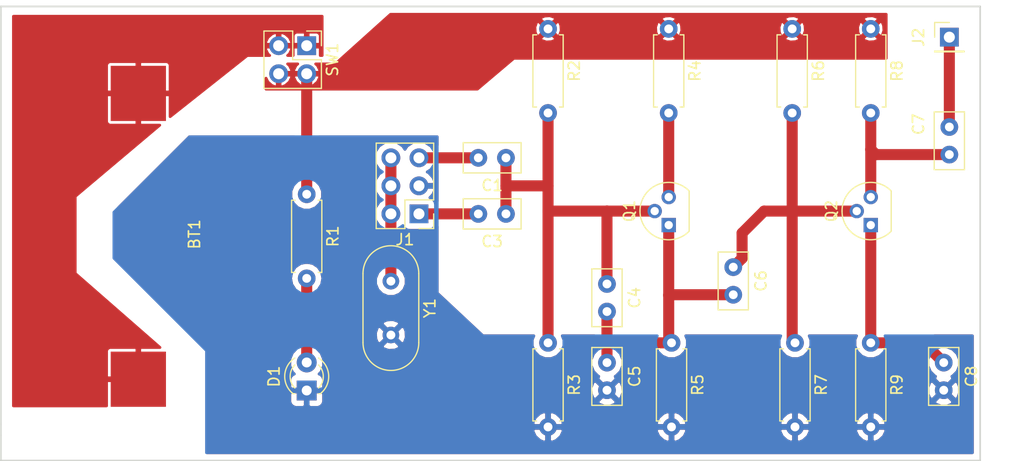
<source format=kicad_pcb>
(kicad_pcb (version 20171130) (host pcbnew "(5.0.0)")

  (general
    (thickness 1.6)
    (drawings 7)
    (tracks 43)
    (zones 0)
    (modules 24)
    (nets 15)
  )

  (page A4)
  (layers
    (0 F.Cu signal)
    (31 B.Cu signal)
    (32 B.Adhes user)
    (33 F.Adhes user)
    (34 B.Paste user)
    (35 F.Paste user)
    (36 B.SilkS user)
    (37 F.SilkS user)
    (38 B.Mask user)
    (39 F.Mask user)
    (40 Dwgs.User user)
    (41 Cmts.User user)
    (42 Eco1.User user)
    (43 Eco2.User user)
    (44 Edge.Cuts user)
    (45 Margin user)
    (46 B.CrtYd user)
    (47 F.CrtYd user)
    (48 B.Fab user)
    (49 F.Fab user)
  )

  (setup
    (last_trace_width 0.25)
    (user_trace_width 0.5)
    (user_trace_width 1)
    (trace_clearance 0.2)
    (zone_clearance 0.508)
    (zone_45_only no)
    (trace_min 0.2)
    (segment_width 0.2)
    (edge_width 0.15)
    (via_size 0.8)
    (via_drill 0.4)
    (via_min_size 0.4)
    (via_min_drill 0.3)
    (uvia_size 0.3)
    (uvia_drill 0.1)
    (uvias_allowed no)
    (uvia_min_size 0.2)
    (uvia_min_drill 0.1)
    (pcb_text_width 0.3)
    (pcb_text_size 1.5 1.5)
    (mod_edge_width 0.15)
    (mod_text_size 1 1)
    (mod_text_width 0.15)
    (pad_size 1.524 1.524)
    (pad_drill 0.762)
    (pad_to_mask_clearance 0.2)
    (aux_axis_origin 0 0)
    (visible_elements 7FFFFFFF)
    (pcbplotparams
      (layerselection 0x010fc_ffffffff)
      (usegerberextensions false)
      (usegerberattributes false)
      (usegerberadvancedattributes false)
      (creategerberjobfile false)
      (excludeedgelayer true)
      (linewidth 0.100000)
      (plotframeref false)
      (viasonmask false)
      (mode 1)
      (useauxorigin false)
      (hpglpennumber 1)
      (hpglpenspeed 20)
      (hpglpendiameter 15.000000)
      (psnegative false)
      (psa4output false)
      (plotreference true)
      (plotvalue true)
      (plotinvisibletext false)
      (padsonsilk false)
      (subtractmaskfromsilk false)
      (outputformat 1)
      (mirror false)
      (drillshape 0)
      (scaleselection 1)
      (outputdirectory "Manufacturing/"))
  )

  (net 0 "")
  (net 1 /VDD_3V0)
  (net 2 GND)
  (net 3 "Net-(C1-Pad1)")
  (net 4 "Net-(C1-Pad2)")
  (net 5 "Net-(C3-Pad2)")
  (net 6 "Net-(C4-Pad2)")
  (net 7 "Net-(C6-Pad1)")
  (net 8 "Net-(C7-Pad2)")
  (net 9 "Net-(C7-Pad1)")
  (net 10 "Net-(C8-Pad1)")
  (net 11 "Net-(D1-Pad2)")
  (net 12 "Net-(Q1-Pad3)")
  (net 13 /VDD_3V0_IN)
  (net 14 "Net-(J1-Pad2)")

  (net_class Default "This is the default net class."
    (clearance 0.2)
    (trace_width 0.25)
    (via_dia 0.8)
    (via_drill 0.4)
    (uvia_dia 0.3)
    (uvia_drill 0.1)
    (add_net /VDD_3V0)
    (add_net /VDD_3V0_IN)
    (add_net GND)
    (add_net "Net-(C1-Pad1)")
    (add_net "Net-(C1-Pad2)")
    (add_net "Net-(C3-Pad2)")
    (add_net "Net-(C4-Pad2)")
    (add_net "Net-(C6-Pad1)")
    (add_net "Net-(C7-Pad1)")
    (add_net "Net-(C7-Pad2)")
    (add_net "Net-(C8-Pad1)")
    (add_net "Net-(D1-Pad2)")
    (add_net "Net-(J1-Pad2)")
    (add_net "Net-(Q1-Pad3)")
  )

  (module custom-footprints:BC2001-button-battery (layer F.Cu) (tedit 5BE05149) (tstamp 5BF87C2D)
    (at 52.578 79.502 90)
    (path /5BE0327A)
    (fp_text reference BT1 (at 0.18288 5.08 90) (layer F.SilkS)
      (effects (font (size 1 1) (thickness 0.15)))
    )
    (fp_text value Battery_Cell (at 0.254 -6.35 90) (layer F.Fab)
      (effects (font (size 1 1) (thickness 0.15)))
    )
    (fp_circle (center -12.95 0) (end -11.7 0) (layer F.Fab) (width 0.15))
    (fp_circle (center 12.95 0) (end 14.2 0) (layer F.Fab) (width 0.15))
    (fp_line (start -3.75 10.5) (end 3.75 10.5) (layer F.Fab) (width 0.15))
    (fp_line (start -10.45 -12.3) (end 10.45 -12.3) (layer F.Fab) (width 0.15))
    (fp_line (start -10.45 -12.3) (end -10.45 3.7) (layer F.Fab) (width 0.15))
    (fp_line (start -10.45 3.7) (end -3.75 10.5) (layer F.Fab) (width 0.15))
    (fp_line (start 10.45 3.7) (end 3.75 10.5) (layer F.Fab) (width 0.15))
    (fp_line (start 10.45 -12.3) (end 10.45 3.7) (layer F.Fab) (width 0.15))
    (pad 1 smd rect (at -12.95 0 90) (size 5 5) (layers F.Cu F.Paste F.Mask)
      (net 1 /VDD_3V0))
    (pad 1 smd rect (at 12.95 0 90) (size 5 5) (layers F.Cu F.Paste F.Mask)
      (net 1 /VDD_3V0))
    (pad 2 smd rect (at 0 0 90) (size 4 4) (layers F.Cu F.Paste F.Mask)
      (net 2 GND))
  )

  (module Capacitor_THT:C_Disc_D5.0mm_W2.5mm_P2.50mm (layer F.Cu) (tedit 5AE50EF0) (tstamp 5BF87C40)
    (at 85.852 72.39 180)
    (descr "C, Disc series, Radial, pin pitch=2.50mm, , diameter*width=5*2.5mm^2, Capacitor, http://cdn-reichelt.de/documents/datenblatt/B300/DS_KERKO_TC.pdf")
    (tags "C Disc series Radial pin pitch 2.50mm  diameter 5mm width 2.5mm Capacitor")
    (path /5BE053E0)
    (fp_text reference C1 (at 1.25 -2.5 180) (layer F.SilkS)
      (effects (font (size 1 1) (thickness 0.15)))
    )
    (fp_text value 22p (at 1.25 2.5 180) (layer F.Fab)
      (effects (font (size 1 1) (thickness 0.15)))
    )
    (fp_line (start -1.25 -1.25) (end -1.25 1.25) (layer F.Fab) (width 0.1))
    (fp_line (start -1.25 1.25) (end 3.75 1.25) (layer F.Fab) (width 0.1))
    (fp_line (start 3.75 1.25) (end 3.75 -1.25) (layer F.Fab) (width 0.1))
    (fp_line (start 3.75 -1.25) (end -1.25 -1.25) (layer F.Fab) (width 0.1))
    (fp_line (start -1.37 -1.37) (end 3.87 -1.37) (layer F.SilkS) (width 0.12))
    (fp_line (start -1.37 1.37) (end 3.87 1.37) (layer F.SilkS) (width 0.12))
    (fp_line (start -1.37 -1.37) (end -1.37 1.37) (layer F.SilkS) (width 0.12))
    (fp_line (start 3.87 -1.37) (end 3.87 1.37) (layer F.SilkS) (width 0.12))
    (fp_line (start -1.5 -1.5) (end -1.5 1.5) (layer F.CrtYd) (width 0.05))
    (fp_line (start -1.5 1.5) (end 4 1.5) (layer F.CrtYd) (width 0.05))
    (fp_line (start 4 1.5) (end 4 -1.5) (layer F.CrtYd) (width 0.05))
    (fp_line (start 4 -1.5) (end -1.5 -1.5) (layer F.CrtYd) (width 0.05))
    (fp_text user %R (at 1.25 0 180) (layer F.Fab)
      (effects (font (size 1 1) (thickness 0.15)))
    )
    (pad 1 thru_hole circle (at 0 0 180) (size 1.6 1.6) (drill 0.8) (layers *.Cu *.Mask)
      (net 3 "Net-(C1-Pad1)"))
    (pad 2 thru_hole circle (at 2.5 0 180) (size 1.6 1.6) (drill 0.8) (layers *.Cu *.Mask)
      (net 4 "Net-(C1-Pad2)"))
    (model ${KISYS3DMOD}/Capacitor_THT.3dshapes/C_Disc_D5.0mm_W2.5mm_P2.50mm.wrl
      (at (xyz 0 0 0))
      (scale (xyz 1 1 1))
      (rotate (xyz 0 0 0))
    )
  )

  (module Capacitor_THT:C_Disc_D5.0mm_W2.5mm_P2.50mm (layer F.Cu) (tedit 5AE50EF0) (tstamp 5BF888FB)
    (at 85.852 77.47 180)
    (descr "C, Disc series, Radial, pin pitch=2.50mm, , diameter*width=5*2.5mm^2, Capacitor, http://cdn-reichelt.de/documents/datenblatt/B300/DS_KERKO_TC.pdf")
    (tags "C Disc series Radial pin pitch 2.50mm  diameter 5mm width 2.5mm Capacitor")
    (path /5BE04AC1)
    (fp_text reference C3 (at 1.25 -2.5 180) (layer F.SilkS)
      (effects (font (size 1 1) (thickness 0.15)))
    )
    (fp_text value 50p (at 1.25 2.5 180) (layer F.Fab)
      (effects (font (size 1 1) (thickness 0.15)))
    )
    (fp_line (start -1.25 -1.25) (end -1.25 1.25) (layer F.Fab) (width 0.1))
    (fp_line (start -1.25 1.25) (end 3.75 1.25) (layer F.Fab) (width 0.1))
    (fp_line (start 3.75 1.25) (end 3.75 -1.25) (layer F.Fab) (width 0.1))
    (fp_line (start 3.75 -1.25) (end -1.25 -1.25) (layer F.Fab) (width 0.1))
    (fp_line (start -1.37 -1.37) (end 3.87 -1.37) (layer F.SilkS) (width 0.12))
    (fp_line (start -1.37 1.37) (end 3.87 1.37) (layer F.SilkS) (width 0.12))
    (fp_line (start -1.37 -1.37) (end -1.37 1.37) (layer F.SilkS) (width 0.12))
    (fp_line (start 3.87 -1.37) (end 3.87 1.37) (layer F.SilkS) (width 0.12))
    (fp_line (start -1.5 -1.5) (end -1.5 1.5) (layer F.CrtYd) (width 0.05))
    (fp_line (start -1.5 1.5) (end 4 1.5) (layer F.CrtYd) (width 0.05))
    (fp_line (start 4 1.5) (end 4 -1.5) (layer F.CrtYd) (width 0.05))
    (fp_line (start 4 -1.5) (end -1.5 -1.5) (layer F.CrtYd) (width 0.05))
    (fp_text user %R (at 1.25 0 180) (layer F.Fab)
      (effects (font (size 1 1) (thickness 0.15)))
    )
    (pad 1 thru_hole circle (at 0 0 180) (size 1.6 1.6) (drill 0.8) (layers *.Cu *.Mask)
      (net 3 "Net-(C1-Pad1)"))
    (pad 2 thru_hole circle (at 2.5 0 180) (size 1.6 1.6) (drill 0.8) (layers *.Cu *.Mask)
      (net 5 "Net-(C3-Pad2)"))
    (model ${KISYS3DMOD}/Capacitor_THT.3dshapes/C_Disc_D5.0mm_W2.5mm_P2.50mm.wrl
      (at (xyz 0 0 0))
      (scale (xyz 1 1 1))
      (rotate (xyz 0 0 0))
    )
  )

  (module Capacitor_THT:C_Disc_D5.0mm_W2.5mm_P2.50mm (layer F.Cu) (tedit 5AE50EF0) (tstamp 5BF87C79)
    (at 94.996 83.82 270)
    (descr "C, Disc series, Radial, pin pitch=2.50mm, , diameter*width=5*2.5mm^2, Capacitor, http://cdn-reichelt.de/documents/datenblatt/B300/DS_KERKO_TC.pdf")
    (tags "C Disc series Radial pin pitch 2.50mm  diameter 5mm width 2.5mm Capacitor")
    (path /5BE090A9)
    (fp_text reference C4 (at 1.25 -2.5 270) (layer F.SilkS)
      (effects (font (size 1 1) (thickness 0.15)))
    )
    (fp_text value 470p (at 1.25 2.5 270) (layer F.Fab)
      (effects (font (size 1 1) (thickness 0.15)))
    )
    (fp_text user %R (at 1.25 0 270) (layer F.Fab)
      (effects (font (size 1 1) (thickness 0.15)))
    )
    (fp_line (start 4 -1.5) (end -1.5 -1.5) (layer F.CrtYd) (width 0.05))
    (fp_line (start 4 1.5) (end 4 -1.5) (layer F.CrtYd) (width 0.05))
    (fp_line (start -1.5 1.5) (end 4 1.5) (layer F.CrtYd) (width 0.05))
    (fp_line (start -1.5 -1.5) (end -1.5 1.5) (layer F.CrtYd) (width 0.05))
    (fp_line (start 3.87 -1.37) (end 3.87 1.37) (layer F.SilkS) (width 0.12))
    (fp_line (start -1.37 -1.37) (end -1.37 1.37) (layer F.SilkS) (width 0.12))
    (fp_line (start -1.37 1.37) (end 3.87 1.37) (layer F.SilkS) (width 0.12))
    (fp_line (start -1.37 -1.37) (end 3.87 -1.37) (layer F.SilkS) (width 0.12))
    (fp_line (start 3.75 -1.25) (end -1.25 -1.25) (layer F.Fab) (width 0.1))
    (fp_line (start 3.75 1.25) (end 3.75 -1.25) (layer F.Fab) (width 0.1))
    (fp_line (start -1.25 1.25) (end 3.75 1.25) (layer F.Fab) (width 0.1))
    (fp_line (start -1.25 -1.25) (end -1.25 1.25) (layer F.Fab) (width 0.1))
    (pad 2 thru_hole circle (at 2.5 0 270) (size 1.6 1.6) (drill 0.8) (layers *.Cu *.Mask)
      (net 6 "Net-(C4-Pad2)"))
    (pad 1 thru_hole circle (at 0 0 270) (size 1.6 1.6) (drill 0.8) (layers *.Cu *.Mask)
      (net 3 "Net-(C1-Pad1)"))
    (model ${KISYS3DMOD}/Capacitor_THT.3dshapes/C_Disc_D5.0mm_W2.5mm_P2.50mm.wrl
      (at (xyz 0 0 0))
      (scale (xyz 1 1 1))
      (rotate (xyz 0 0 0))
    )
  )

  (module Capacitor_THT:C_Disc_D5.0mm_W2.5mm_P2.50mm (layer F.Cu) (tedit 5AE50EF0) (tstamp 5BF87C8C)
    (at 94.996 90.947 270)
    (descr "C, Disc series, Radial, pin pitch=2.50mm, , diameter*width=5*2.5mm^2, Capacitor, http://cdn-reichelt.de/documents/datenblatt/B300/DS_KERKO_TC.pdf")
    (tags "C Disc series Radial pin pitch 2.50mm  diameter 5mm width 2.5mm Capacitor")
    (path /5BE09216)
    (fp_text reference C5 (at 1.25 -2.5 270) (layer F.SilkS)
      (effects (font (size 1 1) (thickness 0.15)))
    )
    (fp_text value 470p (at 1.25 2.5 270) (layer F.Fab)
      (effects (font (size 1 1) (thickness 0.15)))
    )
    (fp_line (start -1.25 -1.25) (end -1.25 1.25) (layer F.Fab) (width 0.1))
    (fp_line (start -1.25 1.25) (end 3.75 1.25) (layer F.Fab) (width 0.1))
    (fp_line (start 3.75 1.25) (end 3.75 -1.25) (layer F.Fab) (width 0.1))
    (fp_line (start 3.75 -1.25) (end -1.25 -1.25) (layer F.Fab) (width 0.1))
    (fp_line (start -1.37 -1.37) (end 3.87 -1.37) (layer F.SilkS) (width 0.12))
    (fp_line (start -1.37 1.37) (end 3.87 1.37) (layer F.SilkS) (width 0.12))
    (fp_line (start -1.37 -1.37) (end -1.37 1.37) (layer F.SilkS) (width 0.12))
    (fp_line (start 3.87 -1.37) (end 3.87 1.37) (layer F.SilkS) (width 0.12))
    (fp_line (start -1.5 -1.5) (end -1.5 1.5) (layer F.CrtYd) (width 0.05))
    (fp_line (start -1.5 1.5) (end 4 1.5) (layer F.CrtYd) (width 0.05))
    (fp_line (start 4 1.5) (end 4 -1.5) (layer F.CrtYd) (width 0.05))
    (fp_line (start 4 -1.5) (end -1.5 -1.5) (layer F.CrtYd) (width 0.05))
    (fp_text user %R (at 1.25 0 270) (layer F.Fab)
      (effects (font (size 1 1) (thickness 0.15)))
    )
    (pad 1 thru_hole circle (at 0 0 270) (size 1.6 1.6) (drill 0.8) (layers *.Cu *.Mask)
      (net 6 "Net-(C4-Pad2)"))
    (pad 2 thru_hole circle (at 2.5 0 270) (size 1.6 1.6) (drill 0.8) (layers *.Cu *.Mask)
      (net 2 GND))
    (model ${KISYS3DMOD}/Capacitor_THT.3dshapes/C_Disc_D5.0mm_W2.5mm_P2.50mm.wrl
      (at (xyz 0 0 0))
      (scale (xyz 1 1 1))
      (rotate (xyz 0 0 0))
    )
  )

  (module Capacitor_THT:C_Disc_D5.0mm_W2.5mm_P2.50mm (layer F.Cu) (tedit 5AE50EF0) (tstamp 5BF8A1E8)
    (at 106.426 82.296 270)
    (descr "C, Disc series, Radial, pin pitch=2.50mm, , diameter*width=5*2.5mm^2, Capacitor, http://cdn-reichelt.de/documents/datenblatt/B300/DS_KERKO_TC.pdf")
    (tags "C Disc series Radial pin pitch 2.50mm  diameter 5mm width 2.5mm Capacitor")
    (path /5BE0959F)
    (fp_text reference C6 (at 1.25 -2.5 270) (layer F.SilkS)
      (effects (font (size 1 1) (thickness 0.15)))
    )
    (fp_text value 1n (at 1.25 2.5 270) (layer F.Fab)
      (effects (font (size 1 1) (thickness 0.15)))
    )
    (fp_line (start -1.25 -1.25) (end -1.25 1.25) (layer F.Fab) (width 0.1))
    (fp_line (start -1.25 1.25) (end 3.75 1.25) (layer F.Fab) (width 0.1))
    (fp_line (start 3.75 1.25) (end 3.75 -1.25) (layer F.Fab) (width 0.1))
    (fp_line (start 3.75 -1.25) (end -1.25 -1.25) (layer F.Fab) (width 0.1))
    (fp_line (start -1.37 -1.37) (end 3.87 -1.37) (layer F.SilkS) (width 0.12))
    (fp_line (start -1.37 1.37) (end 3.87 1.37) (layer F.SilkS) (width 0.12))
    (fp_line (start -1.37 -1.37) (end -1.37 1.37) (layer F.SilkS) (width 0.12))
    (fp_line (start 3.87 -1.37) (end 3.87 1.37) (layer F.SilkS) (width 0.12))
    (fp_line (start -1.5 -1.5) (end -1.5 1.5) (layer F.CrtYd) (width 0.05))
    (fp_line (start -1.5 1.5) (end 4 1.5) (layer F.CrtYd) (width 0.05))
    (fp_line (start 4 1.5) (end 4 -1.5) (layer F.CrtYd) (width 0.05))
    (fp_line (start 4 -1.5) (end -1.5 -1.5) (layer F.CrtYd) (width 0.05))
    (fp_text user %R (at 1.25 0 270) (layer F.Fab)
      (effects (font (size 1 1) (thickness 0.15)))
    )
    (pad 1 thru_hole circle (at 0 0 270) (size 1.6 1.6) (drill 0.8) (layers *.Cu *.Mask)
      (net 7 "Net-(C6-Pad1)"))
    (pad 2 thru_hole circle (at 2.5 0 270) (size 1.6 1.6) (drill 0.8) (layers *.Cu *.Mask)
      (net 6 "Net-(C4-Pad2)"))
    (model ${KISYS3DMOD}/Capacitor_THT.3dshapes/C_Disc_D5.0mm_W2.5mm_P2.50mm.wrl
      (at (xyz 0 0 0))
      (scale (xyz 1 1 1))
      (rotate (xyz 0 0 0))
    )
  )

  (module Capacitor_THT:C_Disc_D5.0mm_W2.5mm_P2.50mm (layer F.Cu) (tedit 5AE50EF0) (tstamp 5BF8A7F7)
    (at 125.984 69.596 270)
    (descr "C, Disc series, Radial, pin pitch=2.50mm, , diameter*width=5*2.5mm^2, Capacitor, http://cdn-reichelt.de/documents/datenblatt/B300/DS_KERKO_TC.pdf")
    (tags "C Disc series Radial pin pitch 2.50mm  diameter 5mm width 2.5mm Capacitor")
    (path /5BE09ABF)
    (fp_text reference C7 (at -0.254 2.794 270) (layer F.SilkS)
      (effects (font (size 1 1) (thickness 0.15)))
    )
    (fp_text value 1n (at 1.25 2.5 270) (layer F.Fab)
      (effects (font (size 1 1) (thickness 0.15)))
    )
    (fp_text user %R (at 1.25 0 270) (layer F.Fab)
      (effects (font (size 1 1) (thickness 0.15)))
    )
    (fp_line (start 4 -1.5) (end -1.5 -1.5) (layer F.CrtYd) (width 0.05))
    (fp_line (start 4 1.5) (end 4 -1.5) (layer F.CrtYd) (width 0.05))
    (fp_line (start -1.5 1.5) (end 4 1.5) (layer F.CrtYd) (width 0.05))
    (fp_line (start -1.5 -1.5) (end -1.5 1.5) (layer F.CrtYd) (width 0.05))
    (fp_line (start 3.87 -1.37) (end 3.87 1.37) (layer F.SilkS) (width 0.12))
    (fp_line (start -1.37 -1.37) (end -1.37 1.37) (layer F.SilkS) (width 0.12))
    (fp_line (start -1.37 1.37) (end 3.87 1.37) (layer F.SilkS) (width 0.12))
    (fp_line (start -1.37 -1.37) (end 3.87 -1.37) (layer F.SilkS) (width 0.12))
    (fp_line (start 3.75 -1.25) (end -1.25 -1.25) (layer F.Fab) (width 0.1))
    (fp_line (start 3.75 1.25) (end 3.75 -1.25) (layer F.Fab) (width 0.1))
    (fp_line (start -1.25 1.25) (end 3.75 1.25) (layer F.Fab) (width 0.1))
    (fp_line (start -1.25 -1.25) (end -1.25 1.25) (layer F.Fab) (width 0.1))
    (pad 2 thru_hole circle (at 2.5 0 270) (size 1.6 1.6) (drill 0.8) (layers *.Cu *.Mask)
      (net 8 "Net-(C7-Pad2)"))
    (pad 1 thru_hole circle (at 0 0 270) (size 1.6 1.6) (drill 0.8) (layers *.Cu *.Mask)
      (net 9 "Net-(C7-Pad1)"))
    (model ${KISYS3DMOD}/Capacitor_THT.3dshapes/C_Disc_D5.0mm_W2.5mm_P2.50mm.wrl
      (at (xyz 0 0 0))
      (scale (xyz 1 1 1))
      (rotate (xyz 0 0 0))
    )
  )

  (module Capacitor_THT:C_Disc_D5.0mm_W2.5mm_P2.50mm (layer F.Cu) (tedit 5AE50EF0) (tstamp 5BF8A7C1)
    (at 125.476 90.947 270)
    (descr "C, Disc series, Radial, pin pitch=2.50mm, , diameter*width=5*2.5mm^2, Capacitor, http://cdn-reichelt.de/documents/datenblatt/B300/DS_KERKO_TC.pdf")
    (tags "C Disc series Radial pin pitch 2.50mm  diameter 5mm width 2.5mm Capacitor")
    (path /5BE098CD)
    (fp_text reference C8 (at 1.25 -2.5 270) (layer F.SilkS)
      (effects (font (size 1 1) (thickness 0.15)))
    )
    (fp_text value 470p (at 1.25 2.5 270) (layer F.Fab)
      (effects (font (size 1 1) (thickness 0.15)))
    )
    (fp_text user %R (at 1.25 0 270) (layer F.Fab)
      (effects (font (size 1 1) (thickness 0.15)))
    )
    (fp_line (start 4 -1.5) (end -1.5 -1.5) (layer F.CrtYd) (width 0.05))
    (fp_line (start 4 1.5) (end 4 -1.5) (layer F.CrtYd) (width 0.05))
    (fp_line (start -1.5 1.5) (end 4 1.5) (layer F.CrtYd) (width 0.05))
    (fp_line (start -1.5 -1.5) (end -1.5 1.5) (layer F.CrtYd) (width 0.05))
    (fp_line (start 3.87 -1.37) (end 3.87 1.37) (layer F.SilkS) (width 0.12))
    (fp_line (start -1.37 -1.37) (end -1.37 1.37) (layer F.SilkS) (width 0.12))
    (fp_line (start -1.37 1.37) (end 3.87 1.37) (layer F.SilkS) (width 0.12))
    (fp_line (start -1.37 -1.37) (end 3.87 -1.37) (layer F.SilkS) (width 0.12))
    (fp_line (start 3.75 -1.25) (end -1.25 -1.25) (layer F.Fab) (width 0.1))
    (fp_line (start 3.75 1.25) (end 3.75 -1.25) (layer F.Fab) (width 0.1))
    (fp_line (start -1.25 1.25) (end 3.75 1.25) (layer F.Fab) (width 0.1))
    (fp_line (start -1.25 -1.25) (end -1.25 1.25) (layer F.Fab) (width 0.1))
    (pad 2 thru_hole circle (at 2.5 0 270) (size 1.6 1.6) (drill 0.8) (layers *.Cu *.Mask)
      (net 2 GND))
    (pad 1 thru_hole circle (at 0 0 270) (size 1.6 1.6) (drill 0.8) (layers *.Cu *.Mask)
      (net 10 "Net-(C8-Pad1)"))
    (model ${KISYS3DMOD}/Capacitor_THT.3dshapes/C_Disc_D5.0mm_W2.5mm_P2.50mm.wrl
      (at (xyz 0 0 0))
      (scale (xyz 1 1 1))
      (rotate (xyz 0 0 0))
    )
  )

  (module LED_THT:LED_D3.0mm (layer F.Cu) (tedit 587A3A7B) (tstamp 5BF87CD8)
    (at 67.818 93.472 90)
    (descr "LED, diameter 3.0mm, 2 pins")
    (tags "LED diameter 3.0mm 2 pins")
    (path /5BE067DE)
    (fp_text reference D1 (at 1.27 -2.96 90) (layer F.SilkS)
      (effects (font (size 1 1) (thickness 0.15)))
    )
    (fp_text value LED (at 1.27 2.96 90) (layer F.Fab)
      (effects (font (size 1 1) (thickness 0.15)))
    )
    (fp_arc (start 1.27 0) (end -0.23 -1.16619) (angle 284.3) (layer F.Fab) (width 0.1))
    (fp_arc (start 1.27 0) (end -0.29 -1.235516) (angle 108.8) (layer F.SilkS) (width 0.12))
    (fp_arc (start 1.27 0) (end -0.29 1.235516) (angle -108.8) (layer F.SilkS) (width 0.12))
    (fp_arc (start 1.27 0) (end 0.229039 -1.08) (angle 87.9) (layer F.SilkS) (width 0.12))
    (fp_arc (start 1.27 0) (end 0.229039 1.08) (angle -87.9) (layer F.SilkS) (width 0.12))
    (fp_circle (center 1.27 0) (end 2.77 0) (layer F.Fab) (width 0.1))
    (fp_line (start -0.23 -1.16619) (end -0.23 1.16619) (layer F.Fab) (width 0.1))
    (fp_line (start -0.29 -1.236) (end -0.29 -1.08) (layer F.SilkS) (width 0.12))
    (fp_line (start -0.29 1.08) (end -0.29 1.236) (layer F.SilkS) (width 0.12))
    (fp_line (start -1.15 -2.25) (end -1.15 2.25) (layer F.CrtYd) (width 0.05))
    (fp_line (start -1.15 2.25) (end 3.7 2.25) (layer F.CrtYd) (width 0.05))
    (fp_line (start 3.7 2.25) (end 3.7 -2.25) (layer F.CrtYd) (width 0.05))
    (fp_line (start 3.7 -2.25) (end -1.15 -2.25) (layer F.CrtYd) (width 0.05))
    (pad 1 thru_hole rect (at 0 0 90) (size 1.8 1.8) (drill 0.9) (layers *.Cu *.Mask)
      (net 2 GND))
    (pad 2 thru_hole circle (at 2.54 0 90) (size 1.8 1.8) (drill 0.9) (layers *.Cu *.Mask)
      (net 11 "Net-(D1-Pad2)"))
    (model ${KISYS3DMOD}/LED_THT.3dshapes/LED_D3.0mm.wrl
      (at (xyz 0 0 0))
      (scale (xyz 1 1 1))
      (rotate (xyz 0 0 0))
    )
  )

  (module Connector_PinHeader_2.54mm:PinHeader_1x01_P2.54mm_Vertical (layer F.Cu) (tedit 59FED5CC) (tstamp 5BF8A787)
    (at 125.984 61.456)
    (descr "Through hole straight pin header, 1x01, 2.54mm pitch, single row")
    (tags "Through hole pin header THT 1x01 2.54mm single row")
    (path /5BE09B79)
    (fp_text reference J2 (at -2.794 0.012 90) (layer F.SilkS)
      (effects (font (size 1 1) (thickness 0.15)))
    )
    (fp_text value Conn_01x01_Male (at 0 2.33) (layer F.Fab)
      (effects (font (size 1 1) (thickness 0.15)))
    )
    (fp_line (start -0.635 -1.27) (end 1.27 -1.27) (layer F.Fab) (width 0.1))
    (fp_line (start 1.27 -1.27) (end 1.27 1.27) (layer F.Fab) (width 0.1))
    (fp_line (start 1.27 1.27) (end -1.27 1.27) (layer F.Fab) (width 0.1))
    (fp_line (start -1.27 1.27) (end -1.27 -0.635) (layer F.Fab) (width 0.1))
    (fp_line (start -1.27 -0.635) (end -0.635 -1.27) (layer F.Fab) (width 0.1))
    (fp_line (start -1.33 1.33) (end 1.33 1.33) (layer F.SilkS) (width 0.12))
    (fp_line (start -1.33 1.27) (end -1.33 1.33) (layer F.SilkS) (width 0.12))
    (fp_line (start 1.33 1.27) (end 1.33 1.33) (layer F.SilkS) (width 0.12))
    (fp_line (start -1.33 1.27) (end 1.33 1.27) (layer F.SilkS) (width 0.12))
    (fp_line (start -1.33 0) (end -1.33 -1.33) (layer F.SilkS) (width 0.12))
    (fp_line (start -1.33 -1.33) (end 0 -1.33) (layer F.SilkS) (width 0.12))
    (fp_line (start -1.8 -1.8) (end -1.8 1.8) (layer F.CrtYd) (width 0.05))
    (fp_line (start -1.8 1.8) (end 1.8 1.8) (layer F.CrtYd) (width 0.05))
    (fp_line (start 1.8 1.8) (end 1.8 -1.8) (layer F.CrtYd) (width 0.05))
    (fp_line (start 1.8 -1.8) (end -1.8 -1.8) (layer F.CrtYd) (width 0.05))
    (fp_text user %R (at 0 0 90) (layer F.Fab)
      (effects (font (size 1 1) (thickness 0.15)))
    )
    (pad 1 thru_hole rect (at 0 0) (size 1.7 1.7) (drill 1) (layers *.Cu *.Mask)
      (net 9 "Net-(C7-Pad1)"))
    (model ${KISYS3DMOD}/Connector_PinHeader_2.54mm.3dshapes/PinHeader_1x01_P2.54mm_Vertical.wrl
      (at (xyz 0 0 0))
      (scale (xyz 1 1 1))
      (rotate (xyz 0 0 0))
    )
  )

  (module Package_TO_SOT_THT:TO-92 (layer F.Cu) (tedit 5A279852) (tstamp 5BF8A10C)
    (at 100.584 78.486 90)
    (descr "TO-92 leads molded, narrow, drill 0.75mm (see NXP sot054_po.pdf)")
    (tags "to-92 sc-43 sc-43a sot54 PA33 transistor")
    (path /5BE094F1)
    (fp_text reference Q1 (at 1.27 -3.56 90) (layer F.SilkS)
      (effects (font (size 1 1) (thickness 0.15)))
    )
    (fp_text value 2N3904 (at 1.27 2.79 90) (layer F.Fab)
      (effects (font (size 1 1) (thickness 0.15)))
    )
    (fp_arc (start 1.27 0) (end 1.27 -2.6) (angle 135) (layer F.SilkS) (width 0.12))
    (fp_arc (start 1.27 0) (end 1.27 -2.48) (angle -135) (layer F.Fab) (width 0.1))
    (fp_arc (start 1.27 0) (end 1.27 -2.6) (angle -135) (layer F.SilkS) (width 0.12))
    (fp_arc (start 1.27 0) (end 1.27 -2.48) (angle 135) (layer F.Fab) (width 0.1))
    (fp_line (start 4 2.01) (end -1.46 2.01) (layer F.CrtYd) (width 0.05))
    (fp_line (start 4 2.01) (end 4 -2.73) (layer F.CrtYd) (width 0.05))
    (fp_line (start -1.46 -2.73) (end -1.46 2.01) (layer F.CrtYd) (width 0.05))
    (fp_line (start -1.46 -2.73) (end 4 -2.73) (layer F.CrtYd) (width 0.05))
    (fp_line (start -0.5 1.75) (end 3 1.75) (layer F.Fab) (width 0.1))
    (fp_line (start -0.53 1.85) (end 3.07 1.85) (layer F.SilkS) (width 0.12))
    (fp_text user %R (at 1.27 -3.56 90) (layer F.Fab)
      (effects (font (size 1 1) (thickness 0.15)))
    )
    (pad 1 thru_hole rect (at 0 0 180) (size 1.3 1.3) (drill 0.75) (layers *.Cu *.Mask)
      (net 6 "Net-(C4-Pad2)"))
    (pad 3 thru_hole circle (at 2.54 0 180) (size 1.3 1.3) (drill 0.75) (layers *.Cu *.Mask)
      (net 12 "Net-(Q1-Pad3)"))
    (pad 2 thru_hole circle (at 1.27 -1.27 180) (size 1.3 1.3) (drill 0.75) (layers *.Cu *.Mask)
      (net 3 "Net-(C1-Pad1)"))
    (model ${KISYS3DMOD}/Package_TO_SOT_THT.3dshapes/TO-92.wrl
      (at (xyz 0 0 0))
      (scale (xyz 1 1 1))
      (rotate (xyz 0 0 0))
    )
  )

  (module Package_TO_SOT_THT:TO-92 (layer F.Cu) (tedit 5A279852) (tstamp 5BF8A751)
    (at 118.872 78.486 90)
    (descr "TO-92 leads molded, narrow, drill 0.75mm (see NXP sot054_po.pdf)")
    (tags "to-92 sc-43 sc-43a sot54 PA33 transistor")
    (path /5BE09945)
    (fp_text reference Q2 (at 1.27 -3.56 90) (layer F.SilkS)
      (effects (font (size 1 1) (thickness 0.15)))
    )
    (fp_text value 2N3904 (at 1.27 2.79 90) (layer F.Fab)
      (effects (font (size 1 1) (thickness 0.15)))
    )
    (fp_text user %R (at 1.27 -3.56 90) (layer F.Fab)
      (effects (font (size 1 1) (thickness 0.15)))
    )
    (fp_line (start -0.53 1.85) (end 3.07 1.85) (layer F.SilkS) (width 0.12))
    (fp_line (start -0.5 1.75) (end 3 1.75) (layer F.Fab) (width 0.1))
    (fp_line (start -1.46 -2.73) (end 4 -2.73) (layer F.CrtYd) (width 0.05))
    (fp_line (start -1.46 -2.73) (end -1.46 2.01) (layer F.CrtYd) (width 0.05))
    (fp_line (start 4 2.01) (end 4 -2.73) (layer F.CrtYd) (width 0.05))
    (fp_line (start 4 2.01) (end -1.46 2.01) (layer F.CrtYd) (width 0.05))
    (fp_arc (start 1.27 0) (end 1.27 -2.48) (angle 135) (layer F.Fab) (width 0.1))
    (fp_arc (start 1.27 0) (end 1.27 -2.6) (angle -135) (layer F.SilkS) (width 0.12))
    (fp_arc (start 1.27 0) (end 1.27 -2.48) (angle -135) (layer F.Fab) (width 0.1))
    (fp_arc (start 1.27 0) (end 1.27 -2.6) (angle 135) (layer F.SilkS) (width 0.12))
    (pad 2 thru_hole circle (at 1.27 -1.27 180) (size 1.3 1.3) (drill 0.75) (layers *.Cu *.Mask)
      (net 7 "Net-(C6-Pad1)"))
    (pad 3 thru_hole circle (at 2.54 0 180) (size 1.3 1.3) (drill 0.75) (layers *.Cu *.Mask)
      (net 8 "Net-(C7-Pad2)"))
    (pad 1 thru_hole rect (at 0 0 180) (size 1.3 1.3) (drill 0.75) (layers *.Cu *.Mask)
      (net 10 "Net-(C8-Pad1)"))
    (model ${KISYS3DMOD}/Package_TO_SOT_THT.3dshapes/TO-92.wrl
      (at (xyz 0 0 0))
      (scale (xyz 1 1 1))
      (rotate (xyz 0 0 0))
    )
  )

  (module Resistor_THT:R_Axial_DIN0207_L6.3mm_D2.5mm_P7.62mm_Horizontal (layer F.Cu) (tedit 5AE5139B) (tstamp 5BF88581)
    (at 67.818 75.692 270)
    (descr "Resistor, Axial_DIN0207 series, Axial, Horizontal, pin pitch=7.62mm, 0.25W = 1/4W, length*diameter=6.3*2.5mm^2, http://cdn-reichelt.de/documents/datenblatt/B400/1_4W%23YAG.pdf")
    (tags "Resistor Axial_DIN0207 series Axial Horizontal pin pitch 7.62mm 0.25W = 1/4W length 6.3mm diameter 2.5mm")
    (path /5BE06882)
    (fp_text reference R1 (at 3.81 -2.37 270) (layer F.SilkS)
      (effects (font (size 1 1) (thickness 0.15)))
    )
    (fp_text value 620 (at 3.81 2.37 270) (layer F.Fab)
      (effects (font (size 1 1) (thickness 0.15)))
    )
    (fp_line (start 0.66 -1.25) (end 0.66 1.25) (layer F.Fab) (width 0.1))
    (fp_line (start 0.66 1.25) (end 6.96 1.25) (layer F.Fab) (width 0.1))
    (fp_line (start 6.96 1.25) (end 6.96 -1.25) (layer F.Fab) (width 0.1))
    (fp_line (start 6.96 -1.25) (end 0.66 -1.25) (layer F.Fab) (width 0.1))
    (fp_line (start 0 0) (end 0.66 0) (layer F.Fab) (width 0.1))
    (fp_line (start 7.62 0) (end 6.96 0) (layer F.Fab) (width 0.1))
    (fp_line (start 0.54 -1.04) (end 0.54 -1.37) (layer F.SilkS) (width 0.12))
    (fp_line (start 0.54 -1.37) (end 7.08 -1.37) (layer F.SilkS) (width 0.12))
    (fp_line (start 7.08 -1.37) (end 7.08 -1.04) (layer F.SilkS) (width 0.12))
    (fp_line (start 0.54 1.04) (end 0.54 1.37) (layer F.SilkS) (width 0.12))
    (fp_line (start 0.54 1.37) (end 7.08 1.37) (layer F.SilkS) (width 0.12))
    (fp_line (start 7.08 1.37) (end 7.08 1.04) (layer F.SilkS) (width 0.12))
    (fp_line (start -1.05 -1.5) (end -1.05 1.5) (layer F.CrtYd) (width 0.05))
    (fp_line (start -1.05 1.5) (end 8.67 1.5) (layer F.CrtYd) (width 0.05))
    (fp_line (start 8.67 1.5) (end 8.67 -1.5) (layer F.CrtYd) (width 0.05))
    (fp_line (start 8.67 -1.5) (end -1.05 -1.5) (layer F.CrtYd) (width 0.05))
    (fp_text user %R (at 3.81 0 270) (layer F.Fab)
      (effects (font (size 1 1) (thickness 0.15)))
    )
    (pad 1 thru_hole circle (at 0 0 270) (size 1.6 1.6) (drill 0.8) (layers *.Cu *.Mask)
      (net 13 /VDD_3V0_IN))
    (pad 2 thru_hole oval (at 7.62 0 270) (size 1.6 1.6) (drill 0.8) (layers *.Cu *.Mask)
      (net 11 "Net-(D1-Pad2)"))
    (model ${KISYS3DMOD}/Resistor_THT.3dshapes/R_Axial_DIN0207_L6.3mm_D2.5mm_P7.62mm_Horizontal.wrl
      (at (xyz 0 0 0))
      (scale (xyz 1 1 1))
      (rotate (xyz 0 0 0))
    )
  )

  (module Resistor_THT:R_Axial_DIN0207_L6.3mm_D2.5mm_P7.62mm_Horizontal (layer F.Cu) (tedit 5AE5139B) (tstamp 5BF88B83)
    (at 89.662 60.706 270)
    (descr "Resistor, Axial_DIN0207 series, Axial, Horizontal, pin pitch=7.62mm, 0.25W = 1/4W, length*diameter=6.3*2.5mm^2, http://cdn-reichelt.de/documents/datenblatt/B400/1_4W%23YAG.pdf")
    (tags "Resistor Axial_DIN0207 series Axial Horizontal pin pitch 7.62mm 0.25W = 1/4W length 6.3mm diameter 2.5mm")
    (path /5BE08F1E)
    (fp_text reference R2 (at 3.81 -2.37 270) (layer F.SilkS)
      (effects (font (size 1 1) (thickness 0.15)))
    )
    (fp_text value 75k (at 3.81 2.37 270) (layer F.Fab)
      (effects (font (size 1 1) (thickness 0.15)))
    )
    (fp_text user %R (at 3.81 0 270) (layer F.Fab)
      (effects (font (size 1 1) (thickness 0.15)))
    )
    (fp_line (start 8.67 -1.5) (end -1.05 -1.5) (layer F.CrtYd) (width 0.05))
    (fp_line (start 8.67 1.5) (end 8.67 -1.5) (layer F.CrtYd) (width 0.05))
    (fp_line (start -1.05 1.5) (end 8.67 1.5) (layer F.CrtYd) (width 0.05))
    (fp_line (start -1.05 -1.5) (end -1.05 1.5) (layer F.CrtYd) (width 0.05))
    (fp_line (start 7.08 1.37) (end 7.08 1.04) (layer F.SilkS) (width 0.12))
    (fp_line (start 0.54 1.37) (end 7.08 1.37) (layer F.SilkS) (width 0.12))
    (fp_line (start 0.54 1.04) (end 0.54 1.37) (layer F.SilkS) (width 0.12))
    (fp_line (start 7.08 -1.37) (end 7.08 -1.04) (layer F.SilkS) (width 0.12))
    (fp_line (start 0.54 -1.37) (end 7.08 -1.37) (layer F.SilkS) (width 0.12))
    (fp_line (start 0.54 -1.04) (end 0.54 -1.37) (layer F.SilkS) (width 0.12))
    (fp_line (start 7.62 0) (end 6.96 0) (layer F.Fab) (width 0.1))
    (fp_line (start 0 0) (end 0.66 0) (layer F.Fab) (width 0.1))
    (fp_line (start 6.96 -1.25) (end 0.66 -1.25) (layer F.Fab) (width 0.1))
    (fp_line (start 6.96 1.25) (end 6.96 -1.25) (layer F.Fab) (width 0.1))
    (fp_line (start 0.66 1.25) (end 6.96 1.25) (layer F.Fab) (width 0.1))
    (fp_line (start 0.66 -1.25) (end 0.66 1.25) (layer F.Fab) (width 0.1))
    (pad 2 thru_hole oval (at 7.62 0 270) (size 1.6 1.6) (drill 0.8) (layers *.Cu *.Mask)
      (net 3 "Net-(C1-Pad1)"))
    (pad 1 thru_hole circle (at 0 0 270) (size 1.6 1.6) (drill 0.8) (layers *.Cu *.Mask)
      (net 13 /VDD_3V0_IN))
    (model ${KISYS3DMOD}/Resistor_THT.3dshapes/R_Axial_DIN0207_L6.3mm_D2.5mm_P7.62mm_Horizontal.wrl
      (at (xyz 0 0 0))
      (scale (xyz 1 1 1))
      (rotate (xyz 0 0 0))
    )
  )

  (module Resistor_THT:R_Axial_DIN0207_L6.3mm_D2.5mm_P7.62mm_Horizontal (layer F.Cu) (tedit 5AE5139B) (tstamp 5BF87D70)
    (at 89.662 89.154 270)
    (descr "Resistor, Axial_DIN0207 series, Axial, Horizontal, pin pitch=7.62mm, 0.25W = 1/4W, length*diameter=6.3*2.5mm^2, http://cdn-reichelt.de/documents/datenblatt/B400/1_4W%23YAG.pdf")
    (tags "Resistor Axial_DIN0207 series Axial Horizontal pin pitch 7.62mm 0.25W = 1/4W length 6.3mm diameter 2.5mm")
    (path /5BE0901F)
    (fp_text reference R3 (at 3.81 -2.37 270) (layer F.SilkS)
      (effects (font (size 1 1) (thickness 0.15)))
    )
    (fp_text value 100k (at 3.81 2.37 270) (layer F.Fab)
      (effects (font (size 1 1) (thickness 0.15)))
    )
    (fp_line (start 0.66 -1.25) (end 0.66 1.25) (layer F.Fab) (width 0.1))
    (fp_line (start 0.66 1.25) (end 6.96 1.25) (layer F.Fab) (width 0.1))
    (fp_line (start 6.96 1.25) (end 6.96 -1.25) (layer F.Fab) (width 0.1))
    (fp_line (start 6.96 -1.25) (end 0.66 -1.25) (layer F.Fab) (width 0.1))
    (fp_line (start 0 0) (end 0.66 0) (layer F.Fab) (width 0.1))
    (fp_line (start 7.62 0) (end 6.96 0) (layer F.Fab) (width 0.1))
    (fp_line (start 0.54 -1.04) (end 0.54 -1.37) (layer F.SilkS) (width 0.12))
    (fp_line (start 0.54 -1.37) (end 7.08 -1.37) (layer F.SilkS) (width 0.12))
    (fp_line (start 7.08 -1.37) (end 7.08 -1.04) (layer F.SilkS) (width 0.12))
    (fp_line (start 0.54 1.04) (end 0.54 1.37) (layer F.SilkS) (width 0.12))
    (fp_line (start 0.54 1.37) (end 7.08 1.37) (layer F.SilkS) (width 0.12))
    (fp_line (start 7.08 1.37) (end 7.08 1.04) (layer F.SilkS) (width 0.12))
    (fp_line (start -1.05 -1.5) (end -1.05 1.5) (layer F.CrtYd) (width 0.05))
    (fp_line (start -1.05 1.5) (end 8.67 1.5) (layer F.CrtYd) (width 0.05))
    (fp_line (start 8.67 1.5) (end 8.67 -1.5) (layer F.CrtYd) (width 0.05))
    (fp_line (start 8.67 -1.5) (end -1.05 -1.5) (layer F.CrtYd) (width 0.05))
    (fp_text user %R (at 3.81 0 270) (layer F.Fab)
      (effects (font (size 1 1) (thickness 0.15)))
    )
    (pad 1 thru_hole circle (at 0 0 270) (size 1.6 1.6) (drill 0.8) (layers *.Cu *.Mask)
      (net 3 "Net-(C1-Pad1)"))
    (pad 2 thru_hole oval (at 7.62 0 270) (size 1.6 1.6) (drill 0.8) (layers *.Cu *.Mask)
      (net 2 GND))
    (model ${KISYS3DMOD}/Resistor_THT.3dshapes/R_Axial_DIN0207_L6.3mm_D2.5mm_P7.62mm_Horizontal.wrl
      (at (xyz 0 0 0))
      (scale (xyz 1 1 1))
      (rotate (xyz 0 0 0))
    )
  )

  (module Resistor_THT:R_Axial_DIN0207_L6.3mm_D2.5mm_P7.62mm_Horizontal (layer F.Cu) (tedit 5AE5139B) (tstamp 5BF89F52)
    (at 100.584 60.706 270)
    (descr "Resistor, Axial_DIN0207 series, Axial, Horizontal, pin pitch=7.62mm, 0.25W = 1/4W, length*diameter=6.3*2.5mm^2, http://cdn-reichelt.de/documents/datenblatt/B400/1_4W%23YAG.pdf")
    (tags "Resistor Axial_DIN0207 series Axial Horizontal pin pitch 7.62mm 0.25W = 1/4W length 6.3mm diameter 2.5mm")
    (path /5BE09301)
    (fp_text reference R4 (at 3.81 -2.37 270) (layer F.SilkS)
      (effects (font (size 1 1) (thickness 0.15)))
    )
    (fp_text value 100 (at 3.81 2.37 270) (layer F.Fab)
      (effects (font (size 1 1) (thickness 0.15)))
    )
    (fp_text user %R (at 3.81 0 270) (layer F.Fab)
      (effects (font (size 1 1) (thickness 0.15)))
    )
    (fp_line (start 8.67 -1.5) (end -1.05 -1.5) (layer F.CrtYd) (width 0.05))
    (fp_line (start 8.67 1.5) (end 8.67 -1.5) (layer F.CrtYd) (width 0.05))
    (fp_line (start -1.05 1.5) (end 8.67 1.5) (layer F.CrtYd) (width 0.05))
    (fp_line (start -1.05 -1.5) (end -1.05 1.5) (layer F.CrtYd) (width 0.05))
    (fp_line (start 7.08 1.37) (end 7.08 1.04) (layer F.SilkS) (width 0.12))
    (fp_line (start 0.54 1.37) (end 7.08 1.37) (layer F.SilkS) (width 0.12))
    (fp_line (start 0.54 1.04) (end 0.54 1.37) (layer F.SilkS) (width 0.12))
    (fp_line (start 7.08 -1.37) (end 7.08 -1.04) (layer F.SilkS) (width 0.12))
    (fp_line (start 0.54 -1.37) (end 7.08 -1.37) (layer F.SilkS) (width 0.12))
    (fp_line (start 0.54 -1.04) (end 0.54 -1.37) (layer F.SilkS) (width 0.12))
    (fp_line (start 7.62 0) (end 6.96 0) (layer F.Fab) (width 0.1))
    (fp_line (start 0 0) (end 0.66 0) (layer F.Fab) (width 0.1))
    (fp_line (start 6.96 -1.25) (end 0.66 -1.25) (layer F.Fab) (width 0.1))
    (fp_line (start 6.96 1.25) (end 6.96 -1.25) (layer F.Fab) (width 0.1))
    (fp_line (start 0.66 1.25) (end 6.96 1.25) (layer F.Fab) (width 0.1))
    (fp_line (start 0.66 -1.25) (end 0.66 1.25) (layer F.Fab) (width 0.1))
    (pad 2 thru_hole oval (at 7.62 0 270) (size 1.6 1.6) (drill 0.8) (layers *.Cu *.Mask)
      (net 12 "Net-(Q1-Pad3)"))
    (pad 1 thru_hole circle (at 0 0 270) (size 1.6 1.6) (drill 0.8) (layers *.Cu *.Mask)
      (net 13 /VDD_3V0_IN))
    (model ${KISYS3DMOD}/Resistor_THT.3dshapes/R_Axial_DIN0207_L6.3mm_D2.5mm_P7.62mm_Horizontal.wrl
      (at (xyz 0 0 0))
      (scale (xyz 1 1 1))
      (rotate (xyz 0 0 0))
    )
  )

  (module Resistor_THT:R_Axial_DIN0207_L6.3mm_D2.5mm_P7.62mm_Horizontal (layer F.Cu) (tedit 5AE5139B) (tstamp 5BF89FD6)
    (at 100.838 89.154 270)
    (descr "Resistor, Axial_DIN0207 series, Axial, Horizontal, pin pitch=7.62mm, 0.25W = 1/4W, length*diameter=6.3*2.5mm^2, http://cdn-reichelt.de/documents/datenblatt/B400/1_4W%23YAG.pdf")
    (tags "Resistor Axial_DIN0207 series Axial Horizontal pin pitch 7.62mm 0.25W = 1/4W length 6.3mm diameter 2.5mm")
    (path /5BE09266)
    (fp_text reference R5 (at 3.81 -2.37 270) (layer F.SilkS)
      (effects (font (size 1 1) (thickness 0.15)))
    )
    (fp_text value 2.2k (at 3.81 2.37 270) (layer F.Fab)
      (effects (font (size 1 1) (thickness 0.15)))
    )
    (fp_line (start 0.66 -1.25) (end 0.66 1.25) (layer F.Fab) (width 0.1))
    (fp_line (start 0.66 1.25) (end 6.96 1.25) (layer F.Fab) (width 0.1))
    (fp_line (start 6.96 1.25) (end 6.96 -1.25) (layer F.Fab) (width 0.1))
    (fp_line (start 6.96 -1.25) (end 0.66 -1.25) (layer F.Fab) (width 0.1))
    (fp_line (start 0 0) (end 0.66 0) (layer F.Fab) (width 0.1))
    (fp_line (start 7.62 0) (end 6.96 0) (layer F.Fab) (width 0.1))
    (fp_line (start 0.54 -1.04) (end 0.54 -1.37) (layer F.SilkS) (width 0.12))
    (fp_line (start 0.54 -1.37) (end 7.08 -1.37) (layer F.SilkS) (width 0.12))
    (fp_line (start 7.08 -1.37) (end 7.08 -1.04) (layer F.SilkS) (width 0.12))
    (fp_line (start 0.54 1.04) (end 0.54 1.37) (layer F.SilkS) (width 0.12))
    (fp_line (start 0.54 1.37) (end 7.08 1.37) (layer F.SilkS) (width 0.12))
    (fp_line (start 7.08 1.37) (end 7.08 1.04) (layer F.SilkS) (width 0.12))
    (fp_line (start -1.05 -1.5) (end -1.05 1.5) (layer F.CrtYd) (width 0.05))
    (fp_line (start -1.05 1.5) (end 8.67 1.5) (layer F.CrtYd) (width 0.05))
    (fp_line (start 8.67 1.5) (end 8.67 -1.5) (layer F.CrtYd) (width 0.05))
    (fp_line (start 8.67 -1.5) (end -1.05 -1.5) (layer F.CrtYd) (width 0.05))
    (fp_text user %R (at 3.81 0 270) (layer F.Fab)
      (effects (font (size 1 1) (thickness 0.15)))
    )
    (pad 1 thru_hole circle (at 0 0 270) (size 1.6 1.6) (drill 0.8) (layers *.Cu *.Mask)
      (net 6 "Net-(C4-Pad2)"))
    (pad 2 thru_hole oval (at 7.62 0 270) (size 1.6 1.6) (drill 0.8) (layers *.Cu *.Mask)
      (net 2 GND))
    (model ${KISYS3DMOD}/Resistor_THT.3dshapes/R_Axial_DIN0207_L6.3mm_D2.5mm_P7.62mm_Horizontal.wrl
      (at (xyz 0 0 0))
      (scale (xyz 1 1 1))
      (rotate (xyz 0 0 0))
    )
  )

  (module Resistor_THT:R_Axial_DIN0207_L6.3mm_D2.5mm_P7.62mm_Horizontal (layer F.Cu) (tedit 5AE5139B) (tstamp 5BF8A690)
    (at 111.76 60.706 270)
    (descr "Resistor, Axial_DIN0207 series, Axial, Horizontal, pin pitch=7.62mm, 0.25W = 1/4W, length*diameter=6.3*2.5mm^2, http://cdn-reichelt.de/documents/datenblatt/B400/1_4W%23YAG.pdf")
    (tags "Resistor Axial_DIN0207 series Axial Horizontal pin pitch 7.62mm 0.25W = 1/4W length 6.3mm diameter 2.5mm")
    (path /5BE096A3)
    (fp_text reference R6 (at 3.81 -2.37 270) (layer F.SilkS)
      (effects (font (size 1 1) (thickness 0.15)))
    )
    (fp_text value 22k (at 3.81 2.37 270) (layer F.Fab)
      (effects (font (size 1 1) (thickness 0.15)))
    )
    (fp_text user %R (at 3.81 0 270) (layer F.Fab)
      (effects (font (size 1 1) (thickness 0.15)))
    )
    (fp_line (start 8.67 -1.5) (end -1.05 -1.5) (layer F.CrtYd) (width 0.05))
    (fp_line (start 8.67 1.5) (end 8.67 -1.5) (layer F.CrtYd) (width 0.05))
    (fp_line (start -1.05 1.5) (end 8.67 1.5) (layer F.CrtYd) (width 0.05))
    (fp_line (start -1.05 -1.5) (end -1.05 1.5) (layer F.CrtYd) (width 0.05))
    (fp_line (start 7.08 1.37) (end 7.08 1.04) (layer F.SilkS) (width 0.12))
    (fp_line (start 0.54 1.37) (end 7.08 1.37) (layer F.SilkS) (width 0.12))
    (fp_line (start 0.54 1.04) (end 0.54 1.37) (layer F.SilkS) (width 0.12))
    (fp_line (start 7.08 -1.37) (end 7.08 -1.04) (layer F.SilkS) (width 0.12))
    (fp_line (start 0.54 -1.37) (end 7.08 -1.37) (layer F.SilkS) (width 0.12))
    (fp_line (start 0.54 -1.04) (end 0.54 -1.37) (layer F.SilkS) (width 0.12))
    (fp_line (start 7.62 0) (end 6.96 0) (layer F.Fab) (width 0.1))
    (fp_line (start 0 0) (end 0.66 0) (layer F.Fab) (width 0.1))
    (fp_line (start 6.96 -1.25) (end 0.66 -1.25) (layer F.Fab) (width 0.1))
    (fp_line (start 6.96 1.25) (end 6.96 -1.25) (layer F.Fab) (width 0.1))
    (fp_line (start 0.66 1.25) (end 6.96 1.25) (layer F.Fab) (width 0.1))
    (fp_line (start 0.66 -1.25) (end 0.66 1.25) (layer F.Fab) (width 0.1))
    (pad 2 thru_hole oval (at 7.62 0 270) (size 1.6 1.6) (drill 0.8) (layers *.Cu *.Mask)
      (net 7 "Net-(C6-Pad1)"))
    (pad 1 thru_hole circle (at 0 0 270) (size 1.6 1.6) (drill 0.8) (layers *.Cu *.Mask)
      (net 13 /VDD_3V0_IN))
    (model ${KISYS3DMOD}/Resistor_THT.3dshapes/R_Axial_DIN0207_L6.3mm_D2.5mm_P7.62mm_Horizontal.wrl
      (at (xyz 0 0 0))
      (scale (xyz 1 1 1))
      (rotate (xyz 0 0 0))
    )
  )

  (module Resistor_THT:R_Axial_DIN0207_L6.3mm_D2.5mm_P7.62mm_Horizontal (layer F.Cu) (tedit 5AE5139B) (tstamp 5BF8A714)
    (at 112.014 89.154 270)
    (descr "Resistor, Axial_DIN0207 series, Axial, Horizontal, pin pitch=7.62mm, 0.25W = 1/4W, length*diameter=6.3*2.5mm^2, http://cdn-reichelt.de/documents/datenblatt/B400/1_4W%23YAG.pdf")
    (tags "Resistor Axial_DIN0207 series Axial Horizontal pin pitch 7.62mm 0.25W = 1/4W length 6.3mm diameter 2.5mm")
    (path /5BE0974E)
    (fp_text reference R7 (at 3.81 -2.37 270) (layer F.SilkS)
      (effects (font (size 1 1) (thickness 0.15)))
    )
    (fp_text value 10k (at 3.81 2.37 270) (layer F.Fab)
      (effects (font (size 1 1) (thickness 0.15)))
    )
    (fp_line (start 0.66 -1.25) (end 0.66 1.25) (layer F.Fab) (width 0.1))
    (fp_line (start 0.66 1.25) (end 6.96 1.25) (layer F.Fab) (width 0.1))
    (fp_line (start 6.96 1.25) (end 6.96 -1.25) (layer F.Fab) (width 0.1))
    (fp_line (start 6.96 -1.25) (end 0.66 -1.25) (layer F.Fab) (width 0.1))
    (fp_line (start 0 0) (end 0.66 0) (layer F.Fab) (width 0.1))
    (fp_line (start 7.62 0) (end 6.96 0) (layer F.Fab) (width 0.1))
    (fp_line (start 0.54 -1.04) (end 0.54 -1.37) (layer F.SilkS) (width 0.12))
    (fp_line (start 0.54 -1.37) (end 7.08 -1.37) (layer F.SilkS) (width 0.12))
    (fp_line (start 7.08 -1.37) (end 7.08 -1.04) (layer F.SilkS) (width 0.12))
    (fp_line (start 0.54 1.04) (end 0.54 1.37) (layer F.SilkS) (width 0.12))
    (fp_line (start 0.54 1.37) (end 7.08 1.37) (layer F.SilkS) (width 0.12))
    (fp_line (start 7.08 1.37) (end 7.08 1.04) (layer F.SilkS) (width 0.12))
    (fp_line (start -1.05 -1.5) (end -1.05 1.5) (layer F.CrtYd) (width 0.05))
    (fp_line (start -1.05 1.5) (end 8.67 1.5) (layer F.CrtYd) (width 0.05))
    (fp_line (start 8.67 1.5) (end 8.67 -1.5) (layer F.CrtYd) (width 0.05))
    (fp_line (start 8.67 -1.5) (end -1.05 -1.5) (layer F.CrtYd) (width 0.05))
    (fp_text user %R (at 3.81 0 270) (layer F.Fab)
      (effects (font (size 1 1) (thickness 0.15)))
    )
    (pad 1 thru_hole circle (at 0 0 270) (size 1.6 1.6) (drill 0.8) (layers *.Cu *.Mask)
      (net 7 "Net-(C6-Pad1)"))
    (pad 2 thru_hole oval (at 7.62 0 270) (size 1.6 1.6) (drill 0.8) (layers *.Cu *.Mask)
      (net 2 GND))
    (model ${KISYS3DMOD}/Resistor_THT.3dshapes/R_Axial_DIN0207_L6.3mm_D2.5mm_P7.62mm_Horizontal.wrl
      (at (xyz 0 0 0))
      (scale (xyz 1 1 1))
      (rotate (xyz 0 0 0))
    )
  )

  (module Resistor_THT:R_Axial_DIN0207_L6.3mm_D2.5mm_P7.62mm_Horizontal (layer F.Cu) (tedit 5AE5139B) (tstamp 5BF8A64E)
    (at 118.872 60.706 270)
    (descr "Resistor, Axial_DIN0207 series, Axial, Horizontal, pin pitch=7.62mm, 0.25W = 1/4W, length*diameter=6.3*2.5mm^2, http://cdn-reichelt.de/documents/datenblatt/B400/1_4W%23YAG.pdf")
    (tags "Resistor Axial_DIN0207 series Axial Horizontal pin pitch 7.62mm 0.25W = 1/4W length 6.3mm diameter 2.5mm")
    (path /5BE09A0D)
    (fp_text reference R8 (at 3.81 -2.37 270) (layer F.SilkS)
      (effects (font (size 1 1) (thickness 0.15)))
    )
    (fp_text value 1.5k (at 3.81 2.37 270) (layer F.Fab)
      (effects (font (size 1 1) (thickness 0.15)))
    )
    (fp_line (start 0.66 -1.25) (end 0.66 1.25) (layer F.Fab) (width 0.1))
    (fp_line (start 0.66 1.25) (end 6.96 1.25) (layer F.Fab) (width 0.1))
    (fp_line (start 6.96 1.25) (end 6.96 -1.25) (layer F.Fab) (width 0.1))
    (fp_line (start 6.96 -1.25) (end 0.66 -1.25) (layer F.Fab) (width 0.1))
    (fp_line (start 0 0) (end 0.66 0) (layer F.Fab) (width 0.1))
    (fp_line (start 7.62 0) (end 6.96 0) (layer F.Fab) (width 0.1))
    (fp_line (start 0.54 -1.04) (end 0.54 -1.37) (layer F.SilkS) (width 0.12))
    (fp_line (start 0.54 -1.37) (end 7.08 -1.37) (layer F.SilkS) (width 0.12))
    (fp_line (start 7.08 -1.37) (end 7.08 -1.04) (layer F.SilkS) (width 0.12))
    (fp_line (start 0.54 1.04) (end 0.54 1.37) (layer F.SilkS) (width 0.12))
    (fp_line (start 0.54 1.37) (end 7.08 1.37) (layer F.SilkS) (width 0.12))
    (fp_line (start 7.08 1.37) (end 7.08 1.04) (layer F.SilkS) (width 0.12))
    (fp_line (start -1.05 -1.5) (end -1.05 1.5) (layer F.CrtYd) (width 0.05))
    (fp_line (start -1.05 1.5) (end 8.67 1.5) (layer F.CrtYd) (width 0.05))
    (fp_line (start 8.67 1.5) (end 8.67 -1.5) (layer F.CrtYd) (width 0.05))
    (fp_line (start 8.67 -1.5) (end -1.05 -1.5) (layer F.CrtYd) (width 0.05))
    (fp_text user %R (at 3.81 0 270) (layer F.Fab)
      (effects (font (size 1 1) (thickness 0.15)))
    )
    (pad 1 thru_hole circle (at 0 0 270) (size 1.6 1.6) (drill 0.8) (layers *.Cu *.Mask)
      (net 13 /VDD_3V0_IN))
    (pad 2 thru_hole oval (at 7.62 0 270) (size 1.6 1.6) (drill 0.8) (layers *.Cu *.Mask)
      (net 8 "Net-(C7-Pad2)"))
    (model ${KISYS3DMOD}/Resistor_THT.3dshapes/R_Axial_DIN0207_L6.3mm_D2.5mm_P7.62mm_Horizontal.wrl
      (at (xyz 0 0 0))
      (scale (xyz 1 1 1))
      (rotate (xyz 0 0 0))
    )
  )

  (module Resistor_THT:R_Axial_DIN0207_L6.3mm_D2.5mm_P7.62mm_Horizontal (layer F.Cu) (tedit 5AE5139B) (tstamp 5BF8A6D2)
    (at 118.872 89.154 270)
    (descr "Resistor, Axial_DIN0207 series, Axial, Horizontal, pin pitch=7.62mm, 0.25W = 1/4W, length*diameter=6.3*2.5mm^2, http://cdn-reichelt.de/documents/datenblatt/B400/1_4W%23YAG.pdf")
    (tags "Resistor Axial_DIN0207 series Axial Horizontal pin pitch 7.62mm 0.25W = 1/4W length 6.3mm diameter 2.5mm")
    (path /5BE0982E)
    (fp_text reference R9 (at 3.81 -2.37 270) (layer F.SilkS)
      (effects (font (size 1 1) (thickness 0.15)))
    )
    (fp_text value 240 (at 3.81 2.37 270) (layer F.Fab)
      (effects (font (size 1 1) (thickness 0.15)))
    )
    (fp_text user %R (at 3.81 0 270) (layer F.Fab)
      (effects (font (size 1 1) (thickness 0.15)))
    )
    (fp_line (start 8.67 -1.5) (end -1.05 -1.5) (layer F.CrtYd) (width 0.05))
    (fp_line (start 8.67 1.5) (end 8.67 -1.5) (layer F.CrtYd) (width 0.05))
    (fp_line (start -1.05 1.5) (end 8.67 1.5) (layer F.CrtYd) (width 0.05))
    (fp_line (start -1.05 -1.5) (end -1.05 1.5) (layer F.CrtYd) (width 0.05))
    (fp_line (start 7.08 1.37) (end 7.08 1.04) (layer F.SilkS) (width 0.12))
    (fp_line (start 0.54 1.37) (end 7.08 1.37) (layer F.SilkS) (width 0.12))
    (fp_line (start 0.54 1.04) (end 0.54 1.37) (layer F.SilkS) (width 0.12))
    (fp_line (start 7.08 -1.37) (end 7.08 -1.04) (layer F.SilkS) (width 0.12))
    (fp_line (start 0.54 -1.37) (end 7.08 -1.37) (layer F.SilkS) (width 0.12))
    (fp_line (start 0.54 -1.04) (end 0.54 -1.37) (layer F.SilkS) (width 0.12))
    (fp_line (start 7.62 0) (end 6.96 0) (layer F.Fab) (width 0.1))
    (fp_line (start 0 0) (end 0.66 0) (layer F.Fab) (width 0.1))
    (fp_line (start 6.96 -1.25) (end 0.66 -1.25) (layer F.Fab) (width 0.1))
    (fp_line (start 6.96 1.25) (end 6.96 -1.25) (layer F.Fab) (width 0.1))
    (fp_line (start 0.66 1.25) (end 6.96 1.25) (layer F.Fab) (width 0.1))
    (fp_line (start 0.66 -1.25) (end 0.66 1.25) (layer F.Fab) (width 0.1))
    (pad 2 thru_hole oval (at 7.62 0 270) (size 1.6 1.6) (drill 0.8) (layers *.Cu *.Mask)
      (net 2 GND))
    (pad 1 thru_hole circle (at 0 0 270) (size 1.6 1.6) (drill 0.8) (layers *.Cu *.Mask)
      (net 10 "Net-(C8-Pad1)"))
    (model ${KISYS3DMOD}/Resistor_THT.3dshapes/R_Axial_DIN0207_L6.3mm_D2.5mm_P7.62mm_Horizontal.wrl
      (at (xyz 0 0 0))
      (scale (xyz 1 1 1))
      (rotate (xyz 0 0 0))
    )
  )

  (module Connector_PinHeader_2.54mm:PinHeader_2x02_P2.54mm_Vertical (layer F.Cu) (tedit 59FED5CC) (tstamp 5BF87E14)
    (at 67.818 62.23 270)
    (descr "Through hole straight pin header, 2x02, 2.54mm pitch, double rows")
    (tags "Through hole pin header THT 2x02 2.54mm double row")
    (path /5BE3281E)
    (fp_text reference SW1 (at 1.27 -2.33 270) (layer F.SilkS)
      (effects (font (size 1 1) (thickness 0.15)))
    )
    (fp_text value SW_Push_Dual (at 1.27 4.87 270) (layer F.Fab)
      (effects (font (size 1 1) (thickness 0.15)))
    )
    (fp_line (start 0 -1.27) (end 3.81 -1.27) (layer F.Fab) (width 0.1))
    (fp_line (start 3.81 -1.27) (end 3.81 3.81) (layer F.Fab) (width 0.1))
    (fp_line (start 3.81 3.81) (end -1.27 3.81) (layer F.Fab) (width 0.1))
    (fp_line (start -1.27 3.81) (end -1.27 0) (layer F.Fab) (width 0.1))
    (fp_line (start -1.27 0) (end 0 -1.27) (layer F.Fab) (width 0.1))
    (fp_line (start -1.33 3.87) (end 3.87 3.87) (layer F.SilkS) (width 0.12))
    (fp_line (start -1.33 1.27) (end -1.33 3.87) (layer F.SilkS) (width 0.12))
    (fp_line (start 3.87 -1.33) (end 3.87 3.87) (layer F.SilkS) (width 0.12))
    (fp_line (start -1.33 1.27) (end 1.27 1.27) (layer F.SilkS) (width 0.12))
    (fp_line (start 1.27 1.27) (end 1.27 -1.33) (layer F.SilkS) (width 0.12))
    (fp_line (start 1.27 -1.33) (end 3.87 -1.33) (layer F.SilkS) (width 0.12))
    (fp_line (start -1.33 0) (end -1.33 -1.33) (layer F.SilkS) (width 0.12))
    (fp_line (start -1.33 -1.33) (end 0 -1.33) (layer F.SilkS) (width 0.12))
    (fp_line (start -1.8 -1.8) (end -1.8 4.35) (layer F.CrtYd) (width 0.05))
    (fp_line (start -1.8 4.35) (end 4.35 4.35) (layer F.CrtYd) (width 0.05))
    (fp_line (start 4.35 4.35) (end 4.35 -1.8) (layer F.CrtYd) (width 0.05))
    (fp_line (start 4.35 -1.8) (end -1.8 -1.8) (layer F.CrtYd) (width 0.05))
    (fp_text user %R (at 1.27 1.27) (layer F.Fab)
      (effects (font (size 1 1) (thickness 0.15)))
    )
    (pad 1 thru_hole rect (at 0 0 270) (size 1.7 1.7) (drill 1) (layers *.Cu *.Mask)
      (net 1 /VDD_3V0))
    (pad 2 thru_hole oval (at 2.54 0 270) (size 1.7 1.7) (drill 1) (layers *.Cu *.Mask)
      (net 13 /VDD_3V0_IN))
    (pad 3 thru_hole oval (at 0 2.54 270) (size 1.7 1.7) (drill 1) (layers *.Cu *.Mask)
      (net 1 /VDD_3V0))
    (pad 4 thru_hole oval (at 2.54 2.54 270) (size 1.7 1.7) (drill 1) (layers *.Cu *.Mask)
      (net 13 /VDD_3V0_IN))
    (model ${KISYS3DMOD}/Connector_PinHeader_2.54mm.3dshapes/PinHeader_2x02_P2.54mm_Vertical.wrl
      (at (xyz 0 0 0))
      (scale (xyz 1 1 1))
      (rotate (xyz 0 0 0))
    )
  )

  (module Crystal:Crystal_HC49-U_Vertical (layer F.Cu) (tedit 5A1AD3B8) (tstamp 5BF87E45)
    (at 75.438 83.566 270)
    (descr "Crystal THT HC-49/U http://5hertz.com/pdfs/04404_D.pdf")
    (tags "THT crystalHC-49/U")
    (path /5BE0338C)
    (fp_text reference Y1 (at 2.44 -3.525 270) (layer F.SilkS)
      (effects (font (size 1 1) (thickness 0.15)))
    )
    (fp_text value Crystal (at 2.44 3.525 270) (layer F.Fab)
      (effects (font (size 1 1) (thickness 0.15)))
    )
    (fp_text user %R (at 2.44 0 270) (layer F.Fab)
      (effects (font (size 1 1) (thickness 0.15)))
    )
    (fp_line (start -0.685 -2.325) (end 5.565 -2.325) (layer F.Fab) (width 0.1))
    (fp_line (start -0.685 2.325) (end 5.565 2.325) (layer F.Fab) (width 0.1))
    (fp_line (start -0.56 -2) (end 5.44 -2) (layer F.Fab) (width 0.1))
    (fp_line (start -0.56 2) (end 5.44 2) (layer F.Fab) (width 0.1))
    (fp_line (start -0.685 -2.525) (end 5.565 -2.525) (layer F.SilkS) (width 0.12))
    (fp_line (start -0.685 2.525) (end 5.565 2.525) (layer F.SilkS) (width 0.12))
    (fp_line (start -3.5 -2.8) (end -3.5 2.8) (layer F.CrtYd) (width 0.05))
    (fp_line (start -3.5 2.8) (end 8.4 2.8) (layer F.CrtYd) (width 0.05))
    (fp_line (start 8.4 2.8) (end 8.4 -2.8) (layer F.CrtYd) (width 0.05))
    (fp_line (start 8.4 -2.8) (end -3.5 -2.8) (layer F.CrtYd) (width 0.05))
    (fp_arc (start -0.685 0) (end -0.685 -2.325) (angle -180) (layer F.Fab) (width 0.1))
    (fp_arc (start 5.565 0) (end 5.565 -2.325) (angle 180) (layer F.Fab) (width 0.1))
    (fp_arc (start -0.56 0) (end -0.56 -2) (angle -180) (layer F.Fab) (width 0.1))
    (fp_arc (start 5.44 0) (end 5.44 -2) (angle 180) (layer F.Fab) (width 0.1))
    (fp_arc (start -0.685 0) (end -0.685 -2.525) (angle -180) (layer F.SilkS) (width 0.12))
    (fp_arc (start 5.565 0) (end 5.565 -2.525) (angle 180) (layer F.SilkS) (width 0.12))
    (pad 1 thru_hole circle (at 0 0 270) (size 1.5 1.5) (drill 0.8) (layers *.Cu *.Mask)
      (net 14 "Net-(J1-Pad2)"))
    (pad 2 thru_hole circle (at 4.88 0 270) (size 1.5 1.5) (drill 0.8) (layers *.Cu *.Mask)
      (net 2 GND))
    (model ${KISYS3DMOD}/Crystal.3dshapes/Crystal_HC49-U_Vertical.wrl
      (at (xyz 0 0 0))
      (scale (xyz 1 1 1))
      (rotate (xyz 0 0 0))
    )
  )

  (module Connector_PinHeader_2.54mm:PinHeader_2x03_P2.54mm_Vertical (layer F.Cu) (tedit 59FED5CC) (tstamp 5BEF43B2)
    (at 77.978 77.47 180)
    (descr "Through hole straight pin header, 2x03, 2.54mm pitch, double rows")
    (tags "Through hole pin header THT 2x03 2.54mm double row")
    (path /5BE3F7B0)
    (fp_text reference J1 (at 1.27 -2.33 180) (layer F.SilkS)
      (effects (font (size 1 1) (thickness 0.15)))
    )
    (fp_text value Conn_02x03_Odd_Even (at 1.27 7.41 180) (layer F.Fab)
      (effects (font (size 1 1) (thickness 0.15)))
    )
    (fp_line (start 0 -1.27) (end 3.81 -1.27) (layer F.Fab) (width 0.1))
    (fp_line (start 3.81 -1.27) (end 3.81 6.35) (layer F.Fab) (width 0.1))
    (fp_line (start 3.81 6.35) (end -1.27 6.35) (layer F.Fab) (width 0.1))
    (fp_line (start -1.27 6.35) (end -1.27 0) (layer F.Fab) (width 0.1))
    (fp_line (start -1.27 0) (end 0 -1.27) (layer F.Fab) (width 0.1))
    (fp_line (start -1.33 6.41) (end 3.87 6.41) (layer F.SilkS) (width 0.12))
    (fp_line (start -1.33 1.27) (end -1.33 6.41) (layer F.SilkS) (width 0.12))
    (fp_line (start 3.87 -1.33) (end 3.87 6.41) (layer F.SilkS) (width 0.12))
    (fp_line (start -1.33 1.27) (end 1.27 1.27) (layer F.SilkS) (width 0.12))
    (fp_line (start 1.27 1.27) (end 1.27 -1.33) (layer F.SilkS) (width 0.12))
    (fp_line (start 1.27 -1.33) (end 3.87 -1.33) (layer F.SilkS) (width 0.12))
    (fp_line (start -1.33 0) (end -1.33 -1.33) (layer F.SilkS) (width 0.12))
    (fp_line (start -1.33 -1.33) (end 0 -1.33) (layer F.SilkS) (width 0.12))
    (fp_line (start -1.8 -1.8) (end -1.8 6.85) (layer F.CrtYd) (width 0.05))
    (fp_line (start -1.8 6.85) (end 4.35 6.85) (layer F.CrtYd) (width 0.05))
    (fp_line (start 4.35 6.85) (end 4.35 -1.8) (layer F.CrtYd) (width 0.05))
    (fp_line (start 4.35 -1.8) (end -1.8 -1.8) (layer F.CrtYd) (width 0.05))
    (fp_text user %R (at 1.27 2.54 270) (layer F.Fab)
      (effects (font (size 1 1) (thickness 0.15)))
    )
    (pad 1 thru_hole rect (at 0 0 180) (size 1.7 1.7) (drill 1) (layers *.Cu *.Mask)
      (net 5 "Net-(C3-Pad2)"))
    (pad 2 thru_hole oval (at 2.54 0 180) (size 1.7 1.7) (drill 1) (layers *.Cu *.Mask)
      (net 14 "Net-(J1-Pad2)"))
    (pad 3 thru_hole oval (at 0 2.54 180) (size 1.7 1.7) (drill 1) (layers *.Cu *.Mask)
      (net 2 GND))
    (pad 4 thru_hole oval (at 2.54 2.54 180) (size 1.7 1.7) (drill 1) (layers *.Cu *.Mask)
      (net 14 "Net-(J1-Pad2)"))
    (pad 5 thru_hole oval (at 0 5.08 180) (size 1.7 1.7) (drill 1) (layers *.Cu *.Mask)
      (net 4 "Net-(C1-Pad2)"))
    (pad 6 thru_hole oval (at 2.54 5.08 180) (size 1.7 1.7) (drill 1) (layers *.Cu *.Mask)
      (net 14 "Net-(J1-Pad2)"))
    (model ${KISYS3DMOD}/Connector_PinHeader_2.54mm.3dshapes/PinHeader_2x03_P2.54mm_Vertical.wrl
      (at (xyz 0 0 0))
      (scale (xyz 1 1 1))
      (rotate (xyz 0 0 0))
    )
  )

  (gr_line (start 40.132 58.674) (end 40.132 59.436) (layer Edge.Cuts) (width 0.15))
  (gr_line (start 128.778 58.674) (end 40.132 58.674) (layer Edge.Cuts) (width 0.15))
  (gr_line (start 128.778 99.822) (end 128.778 58.674) (layer Edge.Cuts) (width 0.15))
  (gr_line (start 40.132 99.822) (end 128.778 99.822) (layer Edge.Cuts) (width 0.15))
  (gr_line (start 40.132 97.536) (end 40.132 99.822) (layer Edge.Cuts) (width 0.15))
  (gr_line (start 40.132 96.52) (end 40.132 97.536) (layer Edge.Cuts) (width 0.15))
  (gr_line (start 40.132 59.436) (end 40.132 96.52) (layer Edge.Cuts) (width 0.15))

  (segment (start 89.662 89.154) (end 89.662 88.02263) (width 1) (layer F.Cu) (net 3))
  (segment (start 89.662 88.02263) (end 89.662 77.216) (width 1) (layer F.Cu) (net 3))
  (segment (start 94.996 82.68863) (end 94.996 77.216) (width 1) (layer F.Cu) (net 3))
  (segment (start 94.996 83.82) (end 94.996 82.68863) (width 1) (layer F.Cu) (net 3))
  (segment (start 99.314 77.216) (end 94.996 77.216) (width 1) (layer F.Cu) (net 3))
  (segment (start 94.996 77.216) (end 89.662 77.216) (width 1) (layer F.Cu) (net 3))
  (segment (start 85.852 74.93) (end 89.662 74.93) (width 1) (layer F.Cu) (net 3))
  (segment (start 89.662 74.93) (end 89.662 68.326) (width 1) (layer F.Cu) (net 3))
  (segment (start 89.662 77.216) (end 89.662 74.93) (width 1) (layer F.Cu) (net 3))
  (segment (start 85.852 74.93) (end 85.852 77.47) (width 1) (layer F.Cu) (net 3))
  (segment (start 85.852 72.39) (end 85.852 74.93) (width 1) (layer F.Cu) (net 3))
  (segment (start 77.978 72.39) (end 83.352 72.39) (width 1) (layer F.Cu) (net 4))
  (segment (start 77.978 77.47) (end 83.352 77.47) (width 1) (layer F.Cu) (net 5))
  (segment (start 100.584 88.9) (end 100.838 89.154) (width 1) (layer F.Cu) (net 6) (status 30))
  (segment (start 100.838 89.154) (end 94.996 89.154) (width 1) (layer F.Cu) (net 6) (status 10))
  (segment (start 94.996 90.947) (end 94.996 89.154) (width 1) (layer F.Cu) (net 6) (status 10))
  (segment (start 94.996 89.154) (end 94.996 86.32) (width 1) (layer F.Cu) (net 6) (status 20))
  (segment (start 100.624 84.796) (end 100.584 84.836) (width 1) (layer F.Cu) (net 6))
  (segment (start 106.426 84.796) (end 100.624 84.796) (width 1) (layer F.Cu) (net 6) (status 10))
  (segment (start 100.584 78.486) (end 100.584 84.836) (width 1) (layer F.Cu) (net 6) (status 10))
  (segment (start 100.584 84.836) (end 100.584 88.9) (width 1) (layer F.Cu) (net 6) (status 20))
  (segment (start 111.76 88.9) (end 112.014 89.154) (width 1) (layer F.Cu) (net 7) (status 30))
  (segment (start 117.602 77.216) (end 111.76 77.216) (width 1) (layer F.Cu) (net 7) (status 10))
  (segment (start 111.76 68.326) (end 111.76 77.216) (width 1) (layer F.Cu) (net 7) (status 10))
  (segment (start 111.76 77.216) (end 111.76 88.9) (width 1) (layer F.Cu) (net 7) (status 20))
  (segment (start 107.225999 81.496001) (end 107.225999 79.210001) (width 1) (layer F.Cu) (net 7))
  (segment (start 106.426 82.296) (end 107.225999 81.496001) (width 1) (layer F.Cu) (net 7) (status 10))
  (segment (start 109.22 77.216) (end 111.76 77.216) (width 1) (layer F.Cu) (net 7))
  (segment (start 107.225999 79.210001) (end 109.22 77.216) (width 1) (layer F.Cu) (net 7))
  (segment (start 119.34 72.096) (end 118.872 71.628) (width 1) (layer F.Cu) (net 8))
  (segment (start 125.984 72.096) (end 119.34 72.096) (width 1) (layer F.Cu) (net 8) (status 10))
  (segment (start 118.872 68.326) (end 118.872 71.628) (width 1) (layer F.Cu) (net 8) (status 10))
  (segment (start 118.872 71.628) (end 118.872 75.946) (width 1) (layer F.Cu) (net 8) (status 20))
  (segment (start 125.984 69.596) (end 125.984 61.456) (width 1) (layer F.Cu) (net 9) (status 30))
  (segment (start 118.872 78.486) (end 118.872 89.154) (width 1) (layer F.Cu) (net 10) (status 30))
  (segment (start 125.476 90.947) (end 123.683 89.154) (width 1) (layer F.Cu) (net 10) (status 10))
  (segment (start 123.683 89.154) (end 118.872 89.154) (width 1) (layer F.Cu) (net 10) (status 20))
  (segment (start 67.818 83.312) (end 67.818 90.932) (width 1) (layer F.Cu) (net 11) (status 30))
  (segment (start 100.584 75.946) (end 100.584 68.326) (width 1) (layer F.Cu) (net 12) (status 30))
  (segment (start 67.818 75.692) (end 67.818 64.77) (width 1) (layer F.Cu) (net 13))
  (segment (start 75.438 72.39) (end 75.438 74.93) (width 1) (layer F.Cu) (net 14))
  (segment (start 75.438 74.93) (end 75.438 77.47) (width 1) (layer F.Cu) (net 14))
  (segment (start 75.438 77.47) (end 75.438 83.566) (width 1) (layer F.Cu) (net 14))

  (zone (net 1) (net_name /VDD_3V0) (layer F.Cu) (tstamp 5BF8AFFD) (hatch edge 0.508)
    (connect_pads (clearance 0.508))
    (min_thickness 0.254)
    (fill yes (arc_segments 16) (thermal_gap 0.25) (thermal_bridge_width 0.508))
    (polygon
      (pts
        (xy 69.342 63.246) (xy 62.484 63.246) (xy 55.118 69.088) (xy 46.99 75.946) (xy 46.99 82.804)
        (xy 55.118 89.916) (xy 55.118 94.996) (xy 41.148 94.996) (xy 41.148 59.436) (xy 69.342 59.436)
      )
    )
    (filled_polygon
      (pts
        (xy 69.215 63.119) (xy 69.045 63.119) (xy 69.045 62.45125) (xy 68.95075 62.357) (xy 67.945 62.357)
        (xy 67.945 62.377) (xy 67.691 62.377) (xy 67.691 62.357) (xy 66.68525 62.357) (xy 66.591 62.45125)
        (xy 66.591 63.119) (xy 66.089447 63.119) (xy 66.252222 62.975953) (xy 66.463528 62.546352) (xy 66.404171 62.357)
        (xy 65.405 62.357) (xy 65.405 62.377) (xy 65.151 62.377) (xy 65.151 62.357) (xy 64.151829 62.357)
        (xy 64.092472 62.546352) (xy 64.303778 62.975953) (xy 64.466553 63.119) (xy 62.484 63.119) (xy 62.435399 63.128667)
        (xy 62.405083 63.146496) (xy 55.455 68.658631) (xy 55.455 66.77325) (xy 55.36075 66.679) (xy 52.705 66.679)
        (xy 52.705 69.33475) (xy 52.79925 69.429) (xy 54.516913 69.429) (xy 46.908101 75.848935) (xy 46.87719 75.887665)
        (xy 46.863 75.946) (xy 46.863 82.804) (xy 46.872667 82.852601) (xy 46.90637 82.899577) (xy 54.535425 89.575)
        (xy 52.79925 89.575) (xy 52.705 89.66925) (xy 52.705 92.325) (xy 52.725 92.325) (xy 52.725 92.579)
        (xy 52.705 92.579) (xy 52.705 92.599) (xy 52.451 92.599) (xy 52.451 92.579) (xy 49.79525 92.579)
        (xy 49.701 92.67325) (xy 49.701 94.869) (xy 41.275 94.869) (xy 41.275 89.87701) (xy 49.701 89.87701)
        (xy 49.701 92.23075) (xy 49.79525 92.325) (xy 52.451 92.325) (xy 52.451 89.66925) (xy 52.35675 89.575)
        (xy 50.00301 89.575) (xy 49.864447 89.632395) (xy 49.758395 89.738447) (xy 49.701 89.87701) (xy 41.275 89.87701)
        (xy 41.275 66.77325) (xy 49.701 66.77325) (xy 49.701 69.12699) (xy 49.758395 69.265553) (xy 49.864447 69.371605)
        (xy 50.00301 69.429) (xy 52.35675 69.429) (xy 52.451 69.33475) (xy 52.451 66.679) (xy 49.79525 66.679)
        (xy 49.701 66.77325) (xy 41.275 66.77325) (xy 41.275 63.97701) (xy 49.701 63.97701) (xy 49.701 66.33075)
        (xy 49.79525 66.425) (xy 52.451 66.425) (xy 52.451 63.76925) (xy 52.705 63.76925) (xy 52.705 66.425)
        (xy 55.36075 66.425) (xy 55.455 66.33075) (xy 55.455 63.97701) (xy 55.397605 63.838447) (xy 55.291553 63.732395)
        (xy 55.15299 63.675) (xy 52.79925 63.675) (xy 52.705 63.76925) (xy 52.451 63.76925) (xy 52.35675 63.675)
        (xy 50.00301 63.675) (xy 49.864447 63.732395) (xy 49.758395 63.838447) (xy 49.701 63.97701) (xy 41.275 63.97701)
        (xy 41.275 61.913648) (xy 64.092472 61.913648) (xy 64.151829 62.103) (xy 65.151 62.103) (xy 65.151 61.104392)
        (xy 65.405 61.104392) (xy 65.405 62.103) (xy 66.404171 62.103) (xy 66.463528 61.913648) (xy 66.252222 61.484047)
        (xy 66.048494 61.30501) (xy 66.591 61.30501) (xy 66.591 62.00875) (xy 66.68525 62.103) (xy 67.691 62.103)
        (xy 67.691 61.09725) (xy 67.945 61.09725) (xy 67.945 62.103) (xy 68.95075 62.103) (xy 69.045 62.00875)
        (xy 69.045 61.30501) (xy 68.987605 61.166447) (xy 68.881553 61.060395) (xy 68.74299 61.003) (xy 68.03925 61.003)
        (xy 67.945 61.09725) (xy 67.691 61.09725) (xy 67.59675 61.003) (xy 66.89301 61.003) (xy 66.754447 61.060395)
        (xy 66.648395 61.166447) (xy 66.591 61.30501) (xy 66.048494 61.30501) (xy 65.8926 61.168011) (xy 65.594351 61.044482)
        (xy 65.405 61.104392) (xy 65.151 61.104392) (xy 64.961649 61.044482) (xy 64.6634 61.168011) (xy 64.303778 61.484047)
        (xy 64.092472 61.913648) (xy 41.275 61.913648) (xy 41.275 59.563) (xy 69.215 59.563)
      )
    )
  )
  (zone (net 13) (net_name /VDD_3V0_IN) (layer F.Cu) (tstamp 5BF8AFFA) (hatch edge 0.508)
    (connect_pads (clearance 0.508))
    (min_thickness 0.254)
    (fill yes (arc_segments 16) (thermal_gap 0.25) (thermal_bridge_width 0.508))
    (polygon
      (pts
        (xy 120.396 59.182) (xy 75.438 59.182) (xy 70.358 63.754) (xy 64.008 63.754) (xy 64.008 66.294)
        (xy 69.596 66.294) (xy 83.312 66.294) (xy 86.614 63.5) (xy 120.396 63.5)
      )
    )
    (filled_polygon
      (pts
        (xy 120.269 63.373) (xy 86.614 63.373) (xy 86.565399 63.382667) (xy 86.531965 63.40305) (xy 83.265479 66.167)
        (xy 64.135 66.167) (xy 64.135 65.172815) (xy 64.303778 65.515953) (xy 64.6634 65.831989) (xy 64.961649 65.955518)
        (xy 65.151 65.895608) (xy 65.151 64.897) (xy 65.405 64.897) (xy 65.405 65.895608) (xy 65.594351 65.955518)
        (xy 65.8926 65.831989) (xy 66.252222 65.515953) (xy 66.463528 65.086352) (xy 66.632472 65.086352) (xy 66.843778 65.515953)
        (xy 67.2034 65.831989) (xy 67.501649 65.955518) (xy 67.691 65.895608) (xy 67.691 64.897) (xy 67.945 64.897)
        (xy 67.945 65.895608) (xy 68.134351 65.955518) (xy 68.4326 65.831989) (xy 68.792222 65.515953) (xy 69.003528 65.086352)
        (xy 68.944171 64.897) (xy 67.945 64.897) (xy 67.691 64.897) (xy 66.691829 64.897) (xy 66.632472 65.086352)
        (xy 66.463528 65.086352) (xy 66.404171 64.897) (xy 65.405 64.897) (xy 65.151 64.897) (xy 65.131 64.897)
        (xy 65.131 64.643) (xy 65.151 64.643) (xy 65.151 64.623) (xy 65.405 64.623) (xy 65.405 64.643)
        (xy 66.404171 64.643) (xy 66.463528 64.453648) (xy 66.252222 64.024047) (xy 66.089447 63.881) (xy 67.006553 63.881)
        (xy 66.843778 64.024047) (xy 66.632472 64.453648) (xy 66.691829 64.643) (xy 67.691 64.643) (xy 67.691 64.623)
        (xy 67.945 64.623) (xy 67.945 64.643) (xy 68.944171 64.643) (xy 69.003528 64.453648) (xy 68.792222 64.024047)
        (xy 68.629447 63.881) (xy 70.358 63.881) (xy 70.406601 63.871333) (xy 70.442959 63.848398) (xy 72.971674 61.572554)
        (xy 88.975051 61.572554) (xy 89.063329 61.746065) (xy 89.506916 61.895996) (xy 89.974113 61.864761) (xy 90.260671 61.746065)
        (xy 90.348949 61.572554) (xy 99.897051 61.572554) (xy 99.985329 61.746065) (xy 100.428916 61.895996) (xy 100.896113 61.864761)
        (xy 101.182671 61.746065) (xy 101.270949 61.572554) (xy 111.073051 61.572554) (xy 111.161329 61.746065) (xy 111.604916 61.895996)
        (xy 112.072113 61.864761) (xy 112.358671 61.746065) (xy 112.446949 61.572554) (xy 118.185051 61.572554) (xy 118.273329 61.746065)
        (xy 118.716916 61.895996) (xy 119.184113 61.864761) (xy 119.470671 61.746065) (xy 119.558949 61.572554) (xy 118.872 60.885605)
        (xy 118.185051 61.572554) (xy 112.446949 61.572554) (xy 111.76 60.885605) (xy 111.073051 61.572554) (xy 101.270949 61.572554)
        (xy 100.584 60.885605) (xy 99.897051 61.572554) (xy 90.348949 61.572554) (xy 89.662 60.885605) (xy 88.975051 61.572554)
        (xy 72.971674 61.572554) (xy 74.106828 60.550916) (xy 88.472004 60.550916) (xy 88.503239 61.018113) (xy 88.621935 61.304671)
        (xy 88.795446 61.392949) (xy 89.482395 60.706) (xy 89.841605 60.706) (xy 90.528554 61.392949) (xy 90.702065 61.304671)
        (xy 90.851996 60.861084) (xy 90.83126 60.550916) (xy 99.394004 60.550916) (xy 99.425239 61.018113) (xy 99.543935 61.304671)
        (xy 99.717446 61.392949) (xy 100.404395 60.706) (xy 100.763605 60.706) (xy 101.450554 61.392949) (xy 101.624065 61.304671)
        (xy 101.773996 60.861084) (xy 101.75326 60.550916) (xy 110.570004 60.550916) (xy 110.601239 61.018113) (xy 110.719935 61.304671)
        (xy 110.893446 61.392949) (xy 111.580395 60.706) (xy 111.939605 60.706) (xy 112.626554 61.392949) (xy 112.800065 61.304671)
        (xy 112.949996 60.861084) (xy 112.92926 60.550916) (xy 117.682004 60.550916) (xy 117.713239 61.018113) (xy 117.831935 61.304671)
        (xy 118.005446 61.392949) (xy 118.692395 60.706) (xy 119.051605 60.706) (xy 119.738554 61.392949) (xy 119.912065 61.304671)
        (xy 120.061996 60.861084) (xy 120.030761 60.393887) (xy 119.912065 60.107329) (xy 119.738554 60.019051) (xy 119.051605 60.706)
        (xy 118.692395 60.706) (xy 118.005446 60.019051) (xy 117.831935 60.107329) (xy 117.682004 60.550916) (xy 112.92926 60.550916)
        (xy 112.918761 60.393887) (xy 112.800065 60.107329) (xy 112.626554 60.019051) (xy 111.939605 60.706) (xy 111.580395 60.706)
        (xy 110.893446 60.019051) (xy 110.719935 60.107329) (xy 110.570004 60.550916) (xy 101.75326 60.550916) (xy 101.742761 60.393887)
        (xy 101.624065 60.107329) (xy 101.450554 60.019051) (xy 100.763605 60.706) (xy 100.404395 60.706) (xy 99.717446 60.019051)
        (xy 99.543935 60.107329) (xy 99.394004 60.550916) (xy 90.83126 60.550916) (xy 90.820761 60.393887) (xy 90.702065 60.107329)
        (xy 90.528554 60.019051) (xy 89.841605 60.706) (xy 89.482395 60.706) (xy 88.795446 60.019051) (xy 88.621935 60.107329)
        (xy 88.472004 60.550916) (xy 74.106828 60.550916) (xy 74.89735 59.839446) (xy 88.975051 59.839446) (xy 89.662 60.526395)
        (xy 90.348949 59.839446) (xy 99.897051 59.839446) (xy 100.584 60.526395) (xy 101.270949 59.839446) (xy 111.073051 59.839446)
        (xy 111.76 60.526395) (xy 112.446949 59.839446) (xy 118.185051 59.839446) (xy 118.872 60.526395) (xy 119.558949 59.839446)
        (xy 119.470671 59.665935) (xy 119.027084 59.516004) (xy 118.559887 59.547239) (xy 118.273329 59.665935) (xy 118.185051 59.839446)
        (xy 112.446949 59.839446) (xy 112.358671 59.665935) (xy 111.915084 59.516004) (xy 111.447887 59.547239) (xy 111.161329 59.665935)
        (xy 111.073051 59.839446) (xy 101.270949 59.839446) (xy 101.182671 59.665935) (xy 100.739084 59.516004) (xy 100.271887 59.547239)
        (xy 99.985329 59.665935) (xy 99.897051 59.839446) (xy 90.348949 59.839446) (xy 90.260671 59.665935) (xy 89.817084 59.516004)
        (xy 89.349887 59.547239) (xy 89.063329 59.665935) (xy 88.975051 59.839446) (xy 74.89735 59.839446) (xy 75.403402 59.384)
        (xy 120.269 59.384)
      )
    )
  )
  (zone (net 2) (net_name GND) (layer F.Cu) (tstamp 0) (hatch edge 0.508)
    (connect_pads (clearance 0.508))
    (min_thickness 0.254)
    (fill yes (arc_segments 16) (thermal_gap 0.508) (thermal_bridge_width 0.508))
    (polygon
      (pts
        (xy 79.756 84.582) (xy 79.748124 84.580031) (xy 83.82 88.392) (xy 128.778 88.392) (xy 128.778 99.822)
        (xy 58.674 99.568) (xy 58.674 89.916) (xy 50.292 81.534) (xy 50.292 77.216) (xy 57.15 70.358)
        (xy 79.756 70.358)
      )
    )
    (filled_polygon
      (pts
        (xy 66.683 74.797604) (xy 66.601466 74.879138) (xy 66.383 75.406561) (xy 66.383 75.977439) (xy 66.601466 76.504862)
        (xy 67.005138 76.908534) (xy 67.532561 77.127) (xy 68.103439 77.127) (xy 68.630862 76.908534) (xy 69.034534 76.504862)
        (xy 69.253 75.977439) (xy 69.253 75.406561) (xy 69.034534 74.879138) (xy 68.953 74.797604) (xy 68.953 70.485)
        (xy 79.629 70.485) (xy 79.629 71.255) (xy 78.952281 71.255) (xy 78.557418 70.991161) (xy 78.124256 70.905)
        (xy 77.831744 70.905) (xy 77.398582 70.991161) (xy 76.907375 71.319375) (xy 76.708 71.617761) (xy 76.508625 71.319375)
        (xy 76.017418 70.991161) (xy 75.584256 70.905) (xy 75.291744 70.905) (xy 74.858582 70.991161) (xy 74.367375 71.319375)
        (xy 74.039161 71.810582) (xy 73.923908 72.39) (xy 74.039161 72.969418) (xy 74.303 73.364282) (xy 74.303001 73.955718)
        (xy 74.039161 74.350582) (xy 73.923908 74.93) (xy 74.039161 75.509418) (xy 74.303 75.904282) (xy 74.303001 76.495718)
        (xy 74.039161 76.890582) (xy 73.923908 77.47) (xy 74.039161 78.049418) (xy 74.303 78.444281) (xy 74.303001 82.742312)
        (xy 74.263853 82.78146) (xy 74.053 83.290506) (xy 74.053 83.841494) (xy 74.263853 84.35054) (xy 74.65346 84.740147)
        (xy 75.162506 84.951) (xy 75.713494 84.951) (xy 76.22254 84.740147) (xy 76.612147 84.35054) (xy 76.823 83.841494)
        (xy 76.823 83.290506) (xy 76.612147 82.78146) (xy 76.573 82.742313) (xy 76.573 78.632354) (xy 76.670191 78.777809)
        (xy 76.880235 78.918157) (xy 77.128 78.96744) (xy 78.828 78.96744) (xy 79.075765 78.918157) (xy 79.285809 78.777809)
        (xy 79.401277 78.605) (xy 79.629 78.605) (xy 79.629 84.540584) (xy 79.624916 84.549229) (xy 79.622507 84.598723)
        (xy 79.639222 84.645372) (xy 79.661329 84.672744) (xy 83.733205 88.484713) (xy 83.775292 88.51087) (xy 83.82 88.519)
        (xy 88.371793 88.519) (xy 88.227 88.868561) (xy 88.227 89.439439) (xy 88.445466 89.966862) (xy 88.849138 90.370534)
        (xy 89.376561 90.589) (xy 89.947439 90.589) (xy 90.474862 90.370534) (xy 90.878534 89.966862) (xy 91.097 89.439439)
        (xy 91.097 88.868561) (xy 90.952207 88.519) (xy 93.861 88.519) (xy 93.861 89.042216) (xy 93.838765 89.154)
        (xy 93.861001 89.265788) (xy 93.861 90.052604) (xy 93.779466 90.134138) (xy 93.561 90.661561) (xy 93.561 91.232439)
        (xy 93.779466 91.759862) (xy 94.183138 92.163534) (xy 94.248299 92.190525) (xy 94.241995 92.193136) (xy 94.167861 92.439255)
        (xy 94.996 93.267395) (xy 95.824139 92.439255) (xy 95.750005 92.193136) (xy 95.743254 92.19071) (xy 95.808862 92.163534)
        (xy 96.212534 91.759862) (xy 96.431 91.232439) (xy 96.431 90.661561) (xy 96.27668 90.289) (xy 99.943604 90.289)
        (xy 100.025138 90.370534) (xy 100.552561 90.589) (xy 101.123439 90.589) (xy 101.650862 90.370534) (xy 102.054534 89.966862)
        (xy 102.273 89.439439) (xy 102.273 88.868561) (xy 102.128207 88.519) (xy 110.625001 88.519) (xy 110.625001 88.757505)
        (xy 110.579 88.868561) (xy 110.579 89.439439) (xy 110.797466 89.966862) (xy 111.201138 90.370534) (xy 111.728561 90.589)
        (xy 112.299439 90.589) (xy 112.826862 90.370534) (xy 113.230534 89.966862) (xy 113.449 89.439439) (xy 113.449 88.868561)
        (xy 113.304207 88.519) (xy 117.581793 88.519) (xy 117.437 88.868561) (xy 117.437 89.439439) (xy 117.655466 89.966862)
        (xy 118.059138 90.370534) (xy 118.586561 90.589) (xy 119.157439 90.589) (xy 119.684862 90.370534) (xy 119.766396 90.289)
        (xy 123.212869 90.289) (xy 124.041 91.117132) (xy 124.041 91.232439) (xy 124.259466 91.759862) (xy 124.663138 92.163534)
        (xy 124.728299 92.190525) (xy 124.721995 92.193136) (xy 124.647861 92.439255) (xy 125.476 93.267395) (xy 126.304139 92.439255)
        (xy 126.230005 92.193136) (xy 126.223254 92.19071) (xy 126.288862 92.163534) (xy 126.692534 91.759862) (xy 126.911 91.232439)
        (xy 126.911 90.661561) (xy 126.692534 90.134138) (xy 126.288862 89.730466) (xy 125.761439 89.512) (xy 125.646132 89.512)
        (xy 124.653131 88.519) (xy 128.068 88.519) (xy 128.068 99.112) (xy 58.801 99.112) (xy 58.801 97.123041)
        (xy 88.270086 97.123041) (xy 88.509611 97.629134) (xy 88.924577 98.005041) (xy 89.312961 98.165904) (xy 89.535 98.043915)
        (xy 89.535 96.901) (xy 89.789 96.901) (xy 89.789 98.043915) (xy 90.011039 98.165904) (xy 90.399423 98.005041)
        (xy 90.814389 97.629134) (xy 91.053914 97.123041) (xy 99.446086 97.123041) (xy 99.685611 97.629134) (xy 100.100577 98.005041)
        (xy 100.488961 98.165904) (xy 100.711 98.043915) (xy 100.711 96.901) (xy 100.965 96.901) (xy 100.965 98.043915)
        (xy 101.187039 98.165904) (xy 101.575423 98.005041) (xy 101.990389 97.629134) (xy 102.229914 97.123041) (xy 110.622086 97.123041)
        (xy 110.861611 97.629134) (xy 111.276577 98.005041) (xy 111.664961 98.165904) (xy 111.887 98.043915) (xy 111.887 96.901)
        (xy 112.141 96.901) (xy 112.141 98.043915) (xy 112.363039 98.165904) (xy 112.751423 98.005041) (xy 113.166389 97.629134)
        (xy 113.405914 97.123041) (xy 117.480086 97.123041) (xy 117.719611 97.629134) (xy 118.134577 98.005041) (xy 118.522961 98.165904)
        (xy 118.745 98.043915) (xy 118.745 96.901) (xy 118.999 96.901) (xy 118.999 98.043915) (xy 119.221039 98.165904)
        (xy 119.609423 98.005041) (xy 120.024389 97.629134) (xy 120.263914 97.123041) (xy 120.142629 96.901) (xy 118.999 96.901)
        (xy 118.745 96.901) (xy 117.601371 96.901) (xy 117.480086 97.123041) (xy 113.405914 97.123041) (xy 113.284629 96.901)
        (xy 112.141 96.901) (xy 111.887 96.901) (xy 110.743371 96.901) (xy 110.622086 97.123041) (xy 102.229914 97.123041)
        (xy 102.108629 96.901) (xy 100.965 96.901) (xy 100.711 96.901) (xy 99.567371 96.901) (xy 99.446086 97.123041)
        (xy 91.053914 97.123041) (xy 90.932629 96.901) (xy 89.789 96.901) (xy 89.535 96.901) (xy 88.391371 96.901)
        (xy 88.270086 97.123041) (xy 58.801 97.123041) (xy 58.801 96.424959) (xy 88.270086 96.424959) (xy 88.391371 96.647)
        (xy 89.535 96.647) (xy 89.535 95.504085) (xy 89.789 95.504085) (xy 89.789 96.647) (xy 90.932629 96.647)
        (xy 91.053914 96.424959) (xy 99.446086 96.424959) (xy 99.567371 96.647) (xy 100.711 96.647) (xy 100.711 95.504085)
        (xy 100.965 95.504085) (xy 100.965 96.647) (xy 102.108629 96.647) (xy 102.229914 96.424959) (xy 110.622086 96.424959)
        (xy 110.743371 96.647) (xy 111.887 96.647) (xy 111.887 95.504085) (xy 112.141 95.504085) (xy 112.141 96.647)
        (xy 113.284629 96.647) (xy 113.405914 96.424959) (xy 117.480086 96.424959) (xy 117.601371 96.647) (xy 118.745 96.647)
        (xy 118.745 95.504085) (xy 118.999 95.504085) (xy 118.999 96.647) (xy 120.142629 96.647) (xy 120.263914 96.424959)
        (xy 120.024389 95.918866) (xy 119.609423 95.542959) (xy 119.221039 95.382096) (xy 118.999 95.504085) (xy 118.745 95.504085)
        (xy 118.522961 95.382096) (xy 118.134577 95.542959) (xy 117.719611 95.918866) (xy 117.480086 96.424959) (xy 113.405914 96.424959)
        (xy 113.166389 95.918866) (xy 112.751423 95.542959) (xy 112.363039 95.382096) (xy 112.141 95.504085) (xy 111.887 95.504085)
        (xy 111.664961 95.382096) (xy 111.276577 95.542959) (xy 110.861611 95.918866) (xy 110.622086 96.424959) (xy 102.229914 96.424959)
        (xy 101.990389 95.918866) (xy 101.575423 95.542959) (xy 101.187039 95.382096) (xy 100.965 95.504085) (xy 100.711 95.504085)
        (xy 100.488961 95.382096) (xy 100.100577 95.542959) (xy 99.685611 95.918866) (xy 99.446086 96.424959) (xy 91.053914 96.424959)
        (xy 90.814389 95.918866) (xy 90.399423 95.542959) (xy 90.011039 95.382096) (xy 89.789 95.504085) (xy 89.535 95.504085)
        (xy 89.312961 95.382096) (xy 88.924577 95.542959) (xy 88.509611 95.918866) (xy 88.270086 96.424959) (xy 58.801 96.424959)
        (xy 58.801 93.75775) (xy 66.283 93.75775) (xy 66.283 94.498309) (xy 66.379673 94.731698) (xy 66.558301 94.910327)
        (xy 66.79169 95.007) (xy 67.53225 95.007) (xy 67.691 94.84825) (xy 67.691 93.599) (xy 67.945 93.599)
        (xy 67.945 94.84825) (xy 68.10375 95.007) (xy 68.84431 95.007) (xy 69.077699 94.910327) (xy 69.256327 94.731698)
        (xy 69.353 94.498309) (xy 69.353 94.454745) (xy 94.167861 94.454745) (xy 94.241995 94.700864) (xy 94.779223 94.893965)
        (xy 95.349454 94.866778) (xy 95.750005 94.700864) (xy 95.824139 94.454745) (xy 124.647861 94.454745) (xy 124.721995 94.700864)
        (xy 125.259223 94.893965) (xy 125.829454 94.866778) (xy 126.230005 94.700864) (xy 126.304139 94.454745) (xy 125.476 93.626605)
        (xy 124.647861 94.454745) (xy 95.824139 94.454745) (xy 94.996 93.626605) (xy 94.167861 94.454745) (xy 69.353 94.454745)
        (xy 69.353 93.75775) (xy 69.19425 93.599) (xy 67.945 93.599) (xy 67.691 93.599) (xy 66.44175 93.599)
        (xy 66.283 93.75775) (xy 58.801 93.75775) (xy 58.801 90.62667) (xy 66.283 90.62667) (xy 66.283 91.23733)
        (xy 66.51669 91.801507) (xy 66.693044 91.977861) (xy 66.558301 92.033673) (xy 66.379673 92.212302) (xy 66.283 92.445691)
        (xy 66.283 93.18625) (xy 66.44175 93.345) (xy 67.691 93.345) (xy 67.691 93.325) (xy 67.945 93.325)
        (xy 67.945 93.345) (xy 69.19425 93.345) (xy 69.309027 93.230223) (xy 93.549035 93.230223) (xy 93.576222 93.800454)
        (xy 93.742136 94.201005) (xy 93.988255 94.275139) (xy 94.816395 93.447) (xy 95.175605 93.447) (xy 96.003745 94.275139)
        (xy 96.249864 94.201005) (xy 96.442965 93.663777) (xy 96.422295 93.230223) (xy 124.029035 93.230223) (xy 124.056222 93.800454)
        (xy 124.222136 94.201005) (xy 124.468255 94.275139) (xy 125.296395 93.447) (xy 125.655605 93.447) (xy 126.483745 94.275139)
        (xy 126.729864 94.201005) (xy 126.922965 93.663777) (xy 126.895778 93.093546) (xy 126.729864 92.692995) (xy 126.483745 92.618861)
        (xy 125.655605 93.447) (xy 125.296395 93.447) (xy 124.468255 92.618861) (xy 124.222136 92.692995) (xy 124.029035 93.230223)
        (xy 96.422295 93.230223) (xy 96.415778 93.093546) (xy 96.249864 92.692995) (xy 96.003745 92.618861) (xy 95.175605 93.447)
        (xy 94.816395 93.447) (xy 93.988255 92.618861) (xy 93.742136 92.692995) (xy 93.549035 93.230223) (xy 69.309027 93.230223)
        (xy 69.353 93.18625) (xy 69.353 92.445691) (xy 69.256327 92.212302) (xy 69.077699 92.033673) (xy 68.942956 91.977861)
        (xy 69.11931 91.801507) (xy 69.353 91.23733) (xy 69.353 90.62667) (xy 69.11931 90.062493) (xy 68.953 89.896183)
        (xy 68.953 89.417517) (xy 74.646088 89.417517) (xy 74.714077 89.65846) (xy 75.233171 89.843201) (xy 75.783448 89.81523)
        (xy 76.161923 89.65846) (xy 76.229912 89.417517) (xy 75.438 88.625605) (xy 74.646088 89.417517) (xy 68.953 89.417517)
        (xy 68.953 88.241171) (xy 74.040799 88.241171) (xy 74.06877 88.791448) (xy 74.22554 89.169923) (xy 74.466483 89.237912)
        (xy 75.258395 88.446) (xy 75.617605 88.446) (xy 76.409517 89.237912) (xy 76.65046 89.169923) (xy 76.835201 88.650829)
        (xy 76.80723 88.100552) (xy 76.65046 87.722077) (xy 76.409517 87.654088) (xy 75.617605 88.446) (xy 75.258395 88.446)
        (xy 74.466483 87.654088) (xy 74.22554 87.722077) (xy 74.040799 88.241171) (xy 68.953 88.241171) (xy 68.953 87.474483)
        (xy 74.646088 87.474483) (xy 75.438 88.266395) (xy 76.229912 87.474483) (xy 76.161923 87.23354) (xy 75.642829 87.048799)
        (xy 75.092552 87.07677) (xy 74.714077 87.23354) (xy 74.646088 87.474483) (xy 68.953 87.474483) (xy 68.953 84.196283)
        (xy 69.16974 83.871909) (xy 69.281113 83.312) (xy 69.16974 82.752091) (xy 68.852577 82.277423) (xy 68.377909 81.96026)
        (xy 67.959333 81.877) (xy 67.676667 81.877) (xy 67.258091 81.96026) (xy 66.783423 82.277423) (xy 66.46626 82.752091)
        (xy 66.354887 83.312) (xy 66.46626 83.871909) (xy 66.683 84.196284) (xy 66.683001 89.896182) (xy 66.51669 90.062493)
        (xy 66.283 90.62667) (xy 58.801 90.62667) (xy 58.801 89.916) (xy 58.791333 89.867399) (xy 58.763803 89.826197)
        (xy 51.074606 82.137) (xy 52.29225 82.137) (xy 52.451 81.97825) (xy 52.451 79.629) (xy 52.705 79.629)
        (xy 52.705 81.97825) (xy 52.86375 82.137) (xy 54.70431 82.137) (xy 54.937699 82.040327) (xy 55.116327 81.861698)
        (xy 55.213 81.628309) (xy 55.213 79.78775) (xy 55.05425 79.629) (xy 52.705 79.629) (xy 52.451 79.629)
        (xy 52.431 79.629) (xy 52.431 79.375) (xy 52.451 79.375) (xy 52.451 77.02575) (xy 52.705 77.02575)
        (xy 52.705 79.375) (xy 55.05425 79.375) (xy 55.213 79.21625) (xy 55.213 77.375691) (xy 55.116327 77.142302)
        (xy 54.937699 76.963673) (xy 54.70431 76.867) (xy 52.86375 76.867) (xy 52.705 77.02575) (xy 52.451 77.02575)
        (xy 52.29225 76.867) (xy 50.820606 76.867) (xy 57.202606 70.485) (xy 66.683 70.485)
      )
    )
    (filled_polygon
      (pts
        (xy 79.629 76.335) (xy 79.401277 76.335) (xy 79.285809 76.162191) (xy 79.075765 76.021843) (xy 78.972292 76.001261)
        (xy 79.249645 75.696924) (xy 79.419476 75.28689) (xy 79.298155 75.057) (xy 78.105 75.057) (xy 78.105 75.077)
        (xy 77.851 75.077) (xy 77.851 75.057) (xy 77.831 75.057) (xy 77.831 74.803) (xy 77.851 74.803)
        (xy 77.851 74.783) (xy 78.105 74.783) (xy 78.105 74.803) (xy 79.298155 74.803) (xy 79.419476 74.57311)
        (xy 79.249645 74.163076) (xy 78.859358 73.734817) (xy 78.729522 73.673843) (xy 78.952281 73.525) (xy 79.629 73.525)
      )
    )
  )
  (zone (net 2) (net_name GND) (layer B.Cu) (tstamp 0) (hatch edge 0.508)
    (connect_pads (clearance 0.508))
    (min_thickness 0.254)
    (fill yes (arc_segments 16) (thermal_gap 0.508) (thermal_bridge_width 0.508))
    (polygon
      (pts
        (xy 79.756 84.582) (xy 79.748124 84.580031) (xy 83.82 88.392) (xy 128.727328 88.392) (xy 128.727328 99.822)
        (xy 58.623328 99.568) (xy 58.623328 89.916) (xy 50.241328 81.534) (xy 50.241328 77.216) (xy 50.292 77.216)
        (xy 57.15 70.358) (xy 79.756 70.358)
      )
    )
    (filled_polygon
      (pts
        (xy 79.629 84.540584) (xy 79.624916 84.549229) (xy 79.622507 84.598723) (xy 79.639222 84.645372) (xy 79.661329 84.672744)
        (xy 83.733205 88.484713) (xy 83.775292 88.51087) (xy 83.82 88.519) (xy 88.371793 88.519) (xy 88.227 88.868561)
        (xy 88.227 89.439439) (xy 88.445466 89.966862) (xy 88.849138 90.370534) (xy 89.376561 90.589) (xy 89.947439 90.589)
        (xy 90.474862 90.370534) (xy 90.878534 89.966862) (xy 91.097 89.439439) (xy 91.097 88.868561) (xy 90.952207 88.519)
        (xy 99.547793 88.519) (xy 99.403 88.868561) (xy 99.403 89.439439) (xy 99.621466 89.966862) (xy 100.025138 90.370534)
        (xy 100.552561 90.589) (xy 101.123439 90.589) (xy 101.650862 90.370534) (xy 102.054534 89.966862) (xy 102.273 89.439439)
        (xy 102.273 88.868561) (xy 102.128207 88.519) (xy 110.723793 88.519) (xy 110.579 88.868561) (xy 110.579 89.439439)
        (xy 110.797466 89.966862) (xy 111.201138 90.370534) (xy 111.728561 90.589) (xy 112.299439 90.589) (xy 112.826862 90.370534)
        (xy 113.230534 89.966862) (xy 113.449 89.439439) (xy 113.449 88.868561) (xy 113.304207 88.519) (xy 117.581793 88.519)
        (xy 117.437 88.868561) (xy 117.437 89.439439) (xy 117.655466 89.966862) (xy 118.059138 90.370534) (xy 118.586561 90.589)
        (xy 119.157439 90.589) (xy 119.684862 90.370534) (xy 120.088534 89.966862) (xy 120.307 89.439439) (xy 120.307 88.868561)
        (xy 120.162207 88.519) (xy 128.068 88.519) (xy 128.068 99.112) (xy 58.750328 99.112) (xy 58.750328 97.123041)
        (xy 88.270086 97.123041) (xy 88.509611 97.629134) (xy 88.924577 98.005041) (xy 89.312961 98.165904) (xy 89.535 98.043915)
        (xy 89.535 96.901) (xy 89.789 96.901) (xy 89.789 98.043915) (xy 90.011039 98.165904) (xy 90.399423 98.005041)
        (xy 90.814389 97.629134) (xy 91.053914 97.123041) (xy 99.446086 97.123041) (xy 99.685611 97.629134) (xy 100.100577 98.005041)
        (xy 100.488961 98.165904) (xy 100.711 98.043915) (xy 100.711 96.901) (xy 100.965 96.901) (xy 100.965 98.043915)
        (xy 101.187039 98.165904) (xy 101.575423 98.005041) (xy 101.990389 97.629134) (xy 102.229914 97.123041) (xy 110.622086 97.123041)
        (xy 110.861611 97.629134) (xy 111.276577 98.005041) (xy 111.664961 98.165904) (xy 111.887 98.043915) (xy 111.887 96.901)
        (xy 112.141 96.901) (xy 112.141 98.043915) (xy 112.363039 98.165904) (xy 112.751423 98.005041) (xy 113.166389 97.629134)
        (xy 113.405914 97.123041) (xy 117.480086 97.123041) (xy 117.719611 97.629134) (xy 118.134577 98.005041) (xy 118.522961 98.165904)
        (xy 118.745 98.043915) (xy 118.745 96.901) (xy 118.999 96.901) (xy 118.999 98.043915) (xy 119.221039 98.165904)
        (xy 119.609423 98.005041) (xy 120.024389 97.629134) (xy 120.263914 97.123041) (xy 120.142629 96.901) (xy 118.999 96.901)
        (xy 118.745 96.901) (xy 117.601371 96.901) (xy 117.480086 97.123041) (xy 113.405914 97.123041) (xy 113.284629 96.901)
        (xy 112.141 96.901) (xy 111.887 96.901) (xy 110.743371 96.901) (xy 110.622086 97.123041) (xy 102.229914 97.123041)
        (xy 102.108629 96.901) (xy 100.965 96.901) (xy 100.711 96.901) (xy 99.567371 96.901) (xy 99.446086 97.123041)
        (xy 91.053914 97.123041) (xy 90.932629 96.901) (xy 89.789 96.901) (xy 89.535 96.901) (xy 88.391371 96.901)
        (xy 88.270086 97.123041) (xy 58.750328 97.123041) (xy 58.750328 96.424959) (xy 88.270086 96.424959) (xy 88.391371 96.647)
        (xy 89.535 96.647) (xy 89.535 95.504085) (xy 89.789 95.504085) (xy 89.789 96.647) (xy 90.932629 96.647)
        (xy 91.053914 96.424959) (xy 99.446086 96.424959) (xy 99.567371 96.647) (xy 100.711 96.647) (xy 100.711 95.504085)
        (xy 100.965 95.504085) (xy 100.965 96.647) (xy 102.108629 96.647) (xy 102.229914 96.424959) (xy 110.622086 96.424959)
        (xy 110.743371 96.647) (xy 111.887 96.647) (xy 111.887 95.504085) (xy 112.141 95.504085) (xy 112.141 96.647)
        (xy 113.284629 96.647) (xy 113.405914 96.424959) (xy 117.480086 96.424959) (xy 117.601371 96.647) (xy 118.745 96.647)
        (xy 118.745 95.504085) (xy 118.999 95.504085) (xy 118.999 96.647) (xy 120.142629 96.647) (xy 120.263914 96.424959)
        (xy 120.024389 95.918866) (xy 119.609423 95.542959) (xy 119.221039 95.382096) (xy 118.999 95.504085) (xy 118.745 95.504085)
        (xy 118.522961 95.382096) (xy 118.134577 95.542959) (xy 117.719611 95.918866) (xy 117.480086 96.424959) (xy 113.405914 96.424959)
        (xy 113.166389 95.918866) (xy 112.751423 95.542959) (xy 112.363039 95.382096) (xy 112.141 95.504085) (xy 111.887 95.504085)
        (xy 111.664961 95.382096) (xy 111.276577 95.542959) (xy 110.861611 95.918866) (xy 110.622086 96.424959) (xy 102.229914 96.424959)
        (xy 101.990389 95.918866) (xy 101.575423 95.542959) (xy 101.187039 95.382096) (xy 100.965 95.504085) (xy 100.711 95.504085)
        (xy 100.488961 95.382096) (xy 100.100577 95.542959) (xy 99.685611 95.918866) (xy 99.446086 96.424959) (xy 91.053914 96.424959)
        (xy 90.814389 95.918866) (xy 90.399423 95.542959) (xy 90.011039 95.382096) (xy 89.789 95.504085) (xy 89.535 95.504085)
        (xy 89.312961 95.382096) (xy 88.924577 95.542959) (xy 88.509611 95.918866) (xy 88.270086 96.424959) (xy 58.750328 96.424959)
        (xy 58.750328 93.75775) (xy 66.283 93.75775) (xy 66.283 94.498309) (xy 66.379673 94.731698) (xy 66.558301 94.910327)
        (xy 66.79169 95.007) (xy 67.53225 95.007) (xy 67.691 94.84825) (xy 67.691 93.599) (xy 67.945 93.599)
        (xy 67.945 94.84825) (xy 68.10375 95.007) (xy 68.84431 95.007) (xy 69.077699 94.910327) (xy 69.256327 94.731698)
        (xy 69.353 94.498309) (xy 69.353 94.454745) (xy 94.167861 94.454745) (xy 94.241995 94.700864) (xy 94.779223 94.893965)
        (xy 95.349454 94.866778) (xy 95.750005 94.700864) (xy 95.824139 94.454745) (xy 124.647861 94.454745) (xy 124.721995 94.700864)
        (xy 125.259223 94.893965) (xy 125.829454 94.866778) (xy 126.230005 94.700864) (xy 126.304139 94.454745) (xy 125.476 93.626605)
        (xy 124.647861 94.454745) (xy 95.824139 94.454745) (xy 94.996 93.626605) (xy 94.167861 94.454745) (xy 69.353 94.454745)
        (xy 69.353 93.75775) (xy 69.19425 93.599) (xy 67.945 93.599) (xy 67.691 93.599) (xy 66.44175 93.599)
        (xy 66.283 93.75775) (xy 58.750328 93.75775) (xy 58.750328 90.62667) (xy 66.283 90.62667) (xy 66.283 91.23733)
        (xy 66.51669 91.801507) (xy 66.693044 91.977861) (xy 66.558301 92.033673) (xy 66.379673 92.212302) (xy 66.283 92.445691)
        (xy 66.283 93.18625) (xy 66.44175 93.345) (xy 67.691 93.345) (xy 67.691 93.325) (xy 67.945 93.325)
        (xy 67.945 93.345) (xy 69.19425 93.345) (xy 69.309027 93.230223) (xy 93.549035 93.230223) (xy 93.576222 93.800454)
        (xy 93.742136 94.201005) (xy 93.988255 94.275139) (xy 94.816395 93.447) (xy 95.175605 93.447) (xy 96.003745 94.275139)
        (xy 96.249864 94.201005) (xy 96.442965 93.663777) (xy 96.422295 93.230223) (xy 124.029035 93.230223) (xy 124.056222 93.800454)
        (xy 124.222136 94.201005) (xy 124.468255 94.275139) (xy 125.296395 93.447) (xy 125.655605 93.447) (xy 126.483745 94.275139)
        (xy 126.729864 94.201005) (xy 126.922965 93.663777) (xy 126.895778 93.093546) (xy 126.729864 92.692995) (xy 126.483745 92.618861)
        (xy 125.655605 93.447) (xy 125.296395 93.447) (xy 124.468255 92.618861) (xy 124.222136 92.692995) (xy 124.029035 93.230223)
        (xy 96.422295 93.230223) (xy 96.415778 93.093546) (xy 96.249864 92.692995) (xy 96.003745 92.618861) (xy 95.175605 93.447)
        (xy 94.816395 93.447) (xy 93.988255 92.618861) (xy 93.742136 92.692995) (xy 93.549035 93.230223) (xy 69.309027 93.230223)
        (xy 69.353 93.18625) (xy 69.353 92.445691) (xy 69.256327 92.212302) (xy 69.077699 92.033673) (xy 68.942956 91.977861)
        (xy 69.11931 91.801507) (xy 69.353 91.23733) (xy 69.353 90.661561) (xy 93.561 90.661561) (xy 93.561 91.232439)
        (xy 93.779466 91.759862) (xy 94.183138 92.163534) (xy 94.248299 92.190525) (xy 94.241995 92.193136) (xy 94.167861 92.439255)
        (xy 94.996 93.267395) (xy 95.824139 92.439255) (xy 95.750005 92.193136) (xy 95.743254 92.19071) (xy 95.808862 92.163534)
        (xy 96.212534 91.759862) (xy 96.431 91.232439) (xy 96.431 90.661561) (xy 124.041 90.661561) (xy 124.041 91.232439)
        (xy 124.259466 91.759862) (xy 124.663138 92.163534) (xy 124.728299 92.190525) (xy 124.721995 92.193136) (xy 124.647861 92.439255)
        (xy 125.476 93.267395) (xy 126.304139 92.439255) (xy 126.230005 92.193136) (xy 126.223254 92.19071) (xy 126.288862 92.163534)
        (xy 126.692534 91.759862) (xy 126.911 91.232439) (xy 126.911 90.661561) (xy 126.692534 90.134138) (xy 126.288862 89.730466)
        (xy 125.761439 89.512) (xy 125.190561 89.512) (xy 124.663138 89.730466) (xy 124.259466 90.134138) (xy 124.041 90.661561)
        (xy 96.431 90.661561) (xy 96.212534 90.134138) (xy 95.808862 89.730466) (xy 95.281439 89.512) (xy 94.710561 89.512)
        (xy 94.183138 89.730466) (xy 93.779466 90.134138) (xy 93.561 90.661561) (xy 69.353 90.661561) (xy 69.353 90.62667)
        (xy 69.11931 90.062493) (xy 68.687507 89.63069) (xy 68.172863 89.417517) (xy 74.646088 89.417517) (xy 74.714077 89.65846)
        (xy 75.233171 89.843201) (xy 75.783448 89.81523) (xy 76.161923 89.65846) (xy 76.229912 89.417517) (xy 75.438 88.625605)
        (xy 74.646088 89.417517) (xy 68.172863 89.417517) (xy 68.12333 89.397) (xy 67.51267 89.397) (xy 66.948493 89.63069)
        (xy 66.51669 90.062493) (xy 66.283 90.62667) (xy 58.750328 90.62667) (xy 58.750328 89.916) (xy 58.740661 89.867399)
        (xy 58.713131 89.826197) (xy 57.128105 88.241171) (xy 74.040799 88.241171) (xy 74.06877 88.791448) (xy 74.22554 89.169923)
        (xy 74.466483 89.237912) (xy 75.258395 88.446) (xy 75.617605 88.446) (xy 76.409517 89.237912) (xy 76.65046 89.169923)
        (xy 76.835201 88.650829) (xy 76.80723 88.100552) (xy 76.65046 87.722077) (xy 76.409517 87.654088) (xy 75.617605 88.446)
        (xy 75.258395 88.446) (xy 74.466483 87.654088) (xy 74.22554 87.722077) (xy 74.040799 88.241171) (xy 57.128105 88.241171)
        (xy 56.361417 87.474483) (xy 74.646088 87.474483) (xy 75.438 88.266395) (xy 76.229912 87.474483) (xy 76.161923 87.23354)
        (xy 75.642829 87.048799) (xy 75.092552 87.07677) (xy 74.714077 87.23354) (xy 74.646088 87.474483) (xy 56.361417 87.474483)
        (xy 52.198934 83.312) (xy 66.354887 83.312) (xy 66.46626 83.871909) (xy 66.783423 84.346577) (xy 67.258091 84.66374)
        (xy 67.676667 84.747) (xy 67.959333 84.747) (xy 68.377909 84.66374) (xy 68.852577 84.346577) (xy 69.16974 83.871909)
        (xy 69.281113 83.312) (xy 69.276838 83.290506) (xy 74.053 83.290506) (xy 74.053 83.841494) (xy 74.263853 84.35054)
        (xy 74.65346 84.740147) (xy 75.162506 84.951) (xy 75.713494 84.951) (xy 76.22254 84.740147) (xy 76.612147 84.35054)
        (xy 76.823 83.841494) (xy 76.823 83.290506) (xy 76.612147 82.78146) (xy 76.22254 82.391853) (xy 75.713494 82.181)
        (xy 75.162506 82.181) (xy 74.65346 82.391853) (xy 74.263853 82.78146) (xy 74.053 83.290506) (xy 69.276838 83.290506)
        (xy 69.16974 82.752091) (xy 68.852577 82.277423) (xy 68.377909 81.96026) (xy 67.959333 81.877) (xy 67.676667 81.877)
        (xy 67.258091 81.96026) (xy 66.783423 82.277423) (xy 66.46626 82.752091) (xy 66.354887 83.312) (xy 52.198934 83.312)
        (xy 50.368328 81.481394) (xy 50.368328 77.314807) (xy 50.381803 77.305803) (xy 52.281045 75.406561) (xy 66.383 75.406561)
        (xy 66.383 75.977439) (xy 66.601466 76.504862) (xy 67.005138 76.908534) (xy 67.532561 77.127) (xy 68.103439 77.127)
        (xy 68.630862 76.908534) (xy 69.034534 76.504862) (xy 69.253 75.977439) (xy 69.253 75.406561) (xy 69.034534 74.879138)
        (xy 68.630862 74.475466) (xy 68.103439 74.257) (xy 67.532561 74.257) (xy 67.005138 74.475466) (xy 66.601466 74.879138)
        (xy 66.383 75.406561) (xy 52.281045 75.406561) (xy 55.297606 72.39) (xy 73.923908 72.39) (xy 74.039161 72.969418)
        (xy 74.367375 73.460625) (xy 74.665761 73.66) (xy 74.367375 73.859375) (xy 74.039161 74.350582) (xy 73.923908 74.93)
        (xy 74.039161 75.509418) (xy 74.367375 76.000625) (xy 74.665761 76.2) (xy 74.367375 76.399375) (xy 74.039161 76.890582)
        (xy 73.923908 77.47) (xy 74.039161 78.049418) (xy 74.367375 78.540625) (xy 74.858582 78.868839) (xy 75.291744 78.955)
        (xy 75.584256 78.955) (xy 76.017418 78.868839) (xy 76.508625 78.540625) (xy 76.520816 78.522381) (xy 76.529843 78.567765)
        (xy 76.670191 78.777809) (xy 76.880235 78.918157) (xy 77.128 78.96744) (xy 78.828 78.96744) (xy 79.075765 78.918157)
        (xy 79.285809 78.777809) (xy 79.426157 78.567765) (xy 79.47544 78.32) (xy 79.47544 76.62) (xy 79.426157 76.372235)
        (xy 79.285809 76.162191) (xy 79.075765 76.021843) (xy 78.972292 76.001261) (xy 79.249645 75.696924) (xy 79.419476 75.28689)
        (xy 79.298155 75.057) (xy 78.105 75.057) (xy 78.105 75.077) (xy 77.851 75.077) (xy 77.851 75.057)
        (xy 77.831 75.057) (xy 77.831 74.803) (xy 77.851 74.803) (xy 77.851 74.783) (xy 78.105 74.783)
        (xy 78.105 74.803) (xy 79.298155 74.803) (xy 79.419476 74.57311) (xy 79.249645 74.163076) (xy 78.859358 73.734817)
        (xy 78.729522 73.673843) (xy 79.048625 73.460625) (xy 79.376839 72.969418) (xy 79.492092 72.39) (xy 79.376839 71.810582)
        (xy 79.048625 71.319375) (xy 78.557418 70.991161) (xy 78.124256 70.905) (xy 77.831744 70.905) (xy 77.398582 70.991161)
        (xy 76.907375 71.319375) (xy 76.708 71.617761) (xy 76.508625 71.319375) (xy 76.017418 70.991161) (xy 75.584256 70.905)
        (xy 75.291744 70.905) (xy 74.858582 70.991161) (xy 74.367375 71.319375) (xy 74.039161 71.810582) (xy 73.923908 72.39)
        (xy 55.297606 72.39) (xy 57.202606 70.485) (xy 79.629 70.485)
      )
    )
  )
)

</source>
